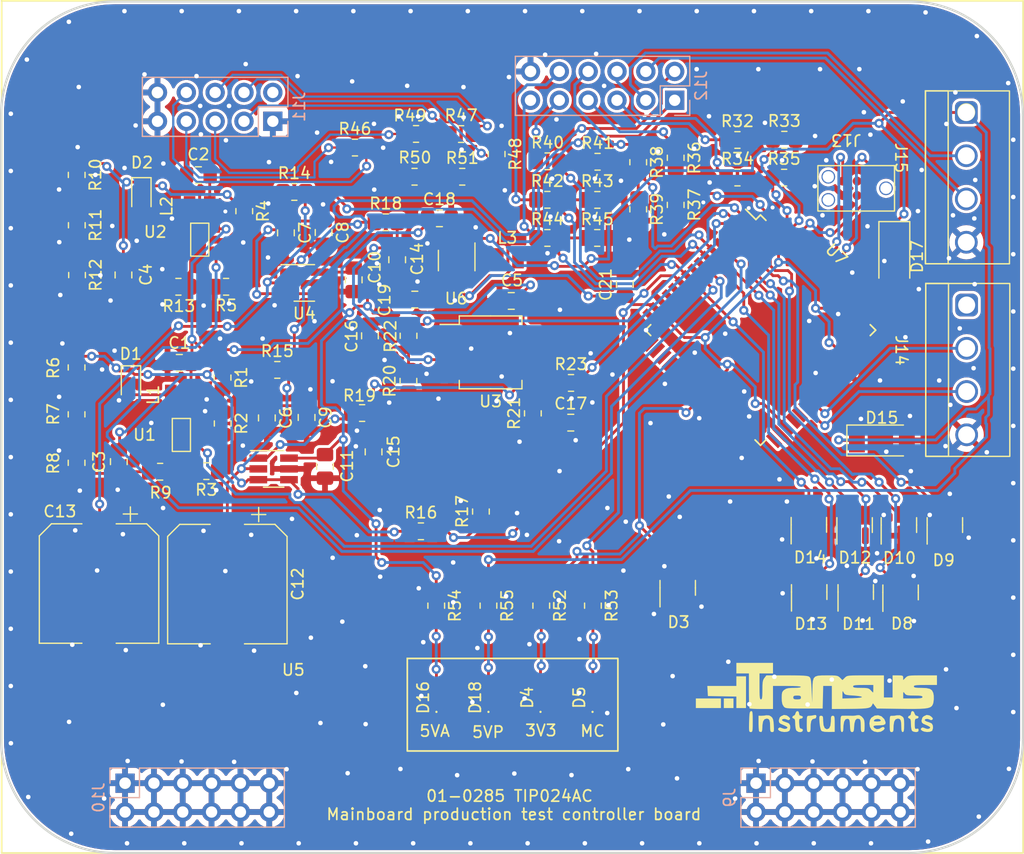
<source format=kicad_pcb>
(kicad_pcb (version 20240108) (generator "pcbnew") (generator_version "8.0")
  (layers (0 "F.Cu" signal) (1 "In1.Cu" signal) (2 "In2.Cu" signal) (31 "B.Cu" signal) (34 "B.Paste" user) (35 "F.Paste" user) (36 "B.SilkS" user "B.Silkscreen") (37 "F.SilkS" user "F.Silkscreen") (38 "B.Mask" user) (39 "F.Mask" user) (44 "Edge.Cuts" user))
  (net 0 "")
  (net 1 "+5VP")
  (net 2 "GND")
  (net 3 "Vdrive")
  (net 4 "Net-(C3-Pad2)")
  (net 5 "Net-(C4-Pad1)")
  (net 6 "Net-(C4-Pad2)")
  (net 7 "+BATT")
  (net 8 "+24V")
  (net 9 "Net-(C14-Pad2)")
  (net 10 "Net-(C15-Pad2)")
  (net 11 "Net-(C16-Pad1)")
  (net 12 "IEXT")
  (net 13 "Net-(C17-Pad1)")
  (net 14 "IBAT")
  (net 15 "+3V3")
  (net 16 "Net-(D1-Pad2)")
  (net 17 "Net-(D2-Pad2)")
  (net 18 "VB+")
  (net 19 "VB-")
  (net 20 "B+")
  (net 21 "B-")
  (net 22 "T+")
  (net 23 "T-")
  (net 24 "+RS485")
  (net 25 "-RS485")
  (net 26 "VCC_MAIN_LPM")
  (net 27 "CORE_VDD_LPM")
  (net 28 "+1.8VDD_LPM")
  (net 29 "+3.0VIO_LPM")
  (net 30 "VPP_2V5_LPM")
  (net 31 "+1.8VIO_LPM")
  (net 32 "BLE_VDD_LPM")
  (net 33 "PDI_DATA")
  (net 36 "PDI_CLK")
  (net 37 "UART_RX")
  (net 38 "UART_TX")
  (net 39 "Net-(D4-Pad2)")
  (net 40 "Net-(R1-Pad2)")
  (net 41 "Net-(R2-Pad2)")
  (net 42 "Net-(R4-Pad2)")
  (net 43 "Net-(R6-Pad2)")
  (net 44 "Net-(R7-Pad2)")
  (net 45 "Net-(R10-Pad2)")
  (net 46 "Net-(R11-Pad2)")
  (net 47 "Dout")
  (net 48 "IE_RAW")
  (net 49 "IB_RAW")
  (net 50 "VCC_MAIN")
  (net 51 "CORE_VDD")
  (net 52 "+1.8VDD")
  (net 53 "+3.0VIO")
  (net 54 "VPP_2V5")
  (net 55 "+1.8VIO")
  (net 56 "BLE_VDD")
  (net 57 "Net-(R50-Pad2)")
  (net 58 "BAT_EN")
  (net 59 "EXT_EN")
  (net 61 "Net-(D5-Pad2)")
  (net 62 "Net-(R53-Pad1)")
  (net 95 "Net-(D16-Pad2)")
  (net 96 "Net-(D18-Pad2)")
  (net 97 "Net-(L3-Pad1)")
  (footprint "David_packages:4pos_terminal" (layer "F.Cu") (at 170.595 82.14 -90)
    (property "Reference" "J14")
    (property "Value" "UART")
  )
  (footprint "Resistor_SMD:R_0805_2012Metric_Pad1.20x1.40mm_HandSolder" (layer "F.Cu") (at 150.405 70.91)
    (property "Reference" "R34")
    (property "Value" "300k")
  )
  (footprint "Resistor_SMD:R_0805_2012Metric_Pad1.20x1.40mm_HandSolder" (layer "F.Cu") (at 121.435 84.85 90)
    (property "Reference" "R22")
    (property "Value" "100k")
  )
  (footprint "Resistor_SMD:R_0805_2012Metric_Pad1.20x1.40mm_HandSolder" (layer "F.Cu") (at 141.665 73.71 -90)
    (property "Reference" "R39")
    (property "Value" "100k")
  )
  (footprint "Capacitor_SMD:C_0805_2012Metric_Pad1.18x1.45mm_HandSolder" (layer "F.Cu") (at 102.925 70.7 180)
    (property "Reference" "C2")
    (property "Value" "1uF")
  )
  (footprint "Resistor_SMD:R_0805_2012Metric_Pad1.20x1.40mm_HandSolder" (layer "F.Cu") (at 99.555 96.8225)
    (property "Reference" "R9")
    (property "Value" "10k")
  )
  (footprint "transus-instruments:BZX84C3V6" (layer "F.Cu") (at 165.055 102.14)
    (property "Reference" "D10")
    (property "Value" "3v6")
  )
  (footprint "Resistor_SMD:R_0805_2012Metric_Pad1.20x1.40mm_HandSolder" (layer "F.Cu") (at 92.215 75.11 -90)
    (property "Reference" "R11")
    (property "Value" "9k1")
  )
  (footprint "Resistor_SMD:R_0805_2012Metric_Pad1.20x1.40mm_HandSolder" (layer "F.Cu") (at 132.385 91.68 90)
    (property "Reference" "R21")
    (property "Value" "100k")
  )
  (footprint "Resistor_SMD:R_0805_2012Metric_Pad1.20x1.40mm_HandSolder" (layer "F.Cu") (at 133.665 76.23)
    (property "Reference" "R44")
    (property "Value" "300k")
  )
  (footprint "Resistor_SMD:R_0805_2012Metric_Pad1.20x1.40mm_HandSolder" (layer "F.Cu") (at 133.685 69.48)
    (property "Reference" "R40")
    (property "Value" "300k")
  )
  (footprint "Resistor_SMD:R_0805_2012Metric_Pad1.20x1.40mm_HandSolder" (layer "F.Cu") (at 92.195 91.7675 -90)
    (property "Reference" "R7")
    (property "Value" "3k")
  )
  (footprint "LED_SMD:LED_0402_1005Metric_Pad0.77x0.64mm_HandSolder" (layer "F.Cu") (at 133.058333 116.71 90)
    (property "Reference" "D4")
    (property "Value" "Green")
  )
  (footprint "transus-instruments:BZX84C3V6" (layer "F.Cu") (at 157.155 108.04)
    (property "Reference" "D13")
    (property "Value" "3v6")
  )
  (footprint "transus-instruments:BZX84C3V6" (layer "F.Cu") (at 161.255 108.04)
    (property "Reference" "D11")
    (property "Value" "3v6")
  )
  (footprint "Resistor_SMD:R_0805_2012Metric_Pad1.20x1.40mm_HandSolder" (layer "F.Cu") (at 111.375 72.18)
    (property "Reference" "R14")
    (property "Value" "3R3")
  )
  (footprint "transus-instruments:BZX84C3V6" (layer "F.Cu") (at 157.125 102.12)
    (property "Reference" "D14")
    (property "Value" "3v6")
  )
  (footprint "transus-instruments:BZX84C3V6" (layer "F.Cu") (at 169.105 102.14)
    (property "Reference" "D9")
    (property "Value" "3v6")
  )
  (footprint "David_packages:4pos_terminal" (layer "F.Cu") (at 170.565 65.18 -90)
    (property "Reference" "J15")
    (property "Value" "RS485")
  )
  (footprint "Package_TO_SOT_SMD:SOT-23-6_Handsoldering" (layer "F.Cu") (at 109.555 96.5725)
    (property "Reference" "U5")
    (property "Value" "MPQ8112GJ")
  )
  (footprint "Resistor_SMD:R_0805_2012Metric_Pad1.20x1.40mm_HandSolder" (layer "F.Cu") (at 144.965 69.17 -90)
    (property "Reference" "R36")
    (property "Value" "300k")
  )
  (footprint "Resistor_SMD:R_0805_2012Metric_Pad1.20x1.40mm_HandSolder" (layer "F.Cu") (at 133.125 108.62 -90)
    (property "Reference" "R52")
    (property "Value" "3k3")
  )
  (footprint "transus-instruments:BZX84C3V6" (layer "F.Cu") (at 165.205 108.07)
    (property "Reference" "D8")
    (property "Value" "3v6")
  )
  (footprint "Capacitor_SMD:C_0805_2012Metric_Pad1.18x1.45mm_HandSolder" (layer "F.Cu") (at 135.725 92.5)
    (property "Reference" "C17")
    (property "Value" "10uF")
  )
  (footprint "Capacitor_SMD:C_0805_2012Metric_Pad1.18x1.45mm_HandSolder" (layer "F.Cu") (at 108.955 92.0825 -90)
    (property "Reference" "C6")
    (property "Value" "1uF")
  )
  (footprint "Capacitor_SMD:CP_Elec_10x10" (layer "F.Cu") (at 94.175 106.67 -90)
    (property "Reference" "C13")
    (property "Value" "220uF")
  )
  (footprint "Diode_SMD:D_SOD-323" (layer "F.Cu") (at 96.985 88.9925 -90)
    (property "Reference" "D1")
    (property "Value" "D_Schottky")
  )
  (footprint "Capacitor_SMD:C_0805_2012Metric_Pad1.18x1.45mm_HandSolder" (layer "F.Cu") (at 95.915 95.9325 -90)
    (property "Reference" "C3")
    (property "Value" "22nF")
  )
  (footprint "Resistor_SMD:R_0805_2012Metric_Pad1.20x1.40mm_HandSolder" (layer "F.Cu") (at 121.425 88.83 90)
    (property "Reference" "R20")
    (property "Value" "100k")
  )
  (footprint "Capacitor_SMD:C_0805_2012Metric_Pad1.18x1.45mm_HandSolder" (layer "F.Cu") (at 101.245 87.2325 180)
    (property "Reference" "C1")
    (property "Value" "1uF")
  )
  (footprint "Resistor_SMD:R_0805_2012Metric_Pad1.20x1.40mm_HandSolder" (layer "F.Cu") (at 121.965 70.84)
    (property "Reference" "R50")
    (property "Value" "2k")
  )
  (footprint "Resistor_SMD:R_0805_2012Metric_Pad1.20x1.40mm_HandSolder" (layer "F.Cu") (at 138.065 72.88)
    (property "Reference" "R43")
    (property "Value" "100k")
  )
  (footprint "Resistor_SMD:R_0805_2012Metric_Pad1.20x1.40mm_HandSolder" (layer "F.Cu") (at 123.875 108.62 -90)
    (property "Reference" "R54")
    (property "Value" "5k")
  )
  (footprint "Diode_SMD:D_SOD-128" (layer "F.Cu") (at 164.225 77.87 -90)
    (property "Reference" "D17")
    (property "Value" "fast")
  )
  (footprint "David_packages:10uH_boost" (layer "F.Cu") (at 103.925 73.44 180)
    (property "Reference" "L2")
    (property "Value" "10uH")
  )
  (footprint "Resistor_SMD:R_0805_2012Metric_Pad1.20x1.40mm_HandSolder" (layer "F.Cu") (at 144.965 73.32 -90)
    (property "Reference" "R37")
    (property "Value" "100k")
  )
  (footprint "Diode_SMD:D_SOD-128" (layer "F.Cu") (at 163.125 94.07)
    (property "Reference" "D15")
    (property "Value" "fast")
  )
  (footprint "Capacitor_SMD:C_0805_2012Metric_Pad1.18x1.45mm_HandSolder" (layer "F.Cu") (at 110.635 75.78 -90)
    (property "Reference" "C7")
    (property "Value" "1uF")
  )
  (footprint "Resistor_SMD:R_0805_2012Metric_Pad1.20x1.40mm_HandSolder" (layer "F.Cu") (at 135.745 89)
    (property "Reference" "R23")
    (property "Value" "100k")
  )
  (footprint "Capacitor_SMD:C_0805_2012Metric_Pad1.18x1.45mm_HandSolder" (layer "F.Cu") (at 116.605 79.92 -90)
    (property "Reference" "C10")
    (property "Value" "0.1uF")
  )
  (footprint "Resistor_SMD:R_0805_2012Metric_Pad1.20x1.40mm_HandSolder" (layer "F.Cu") (at 127.81 100.33 90)
    (property "Reference" "R17")
    (property "Value" "10k")
  )
  (footprint "Capacitor_SMD:C_0805_2012Metric_Pad1.18x1.45mm_HandSolder" (layer "F.Cu") (at 120.435 78.15 90)
    (property "Reference" "C14")
    (property "Value" "10uF")
  )
  (footprint "Resistor_SMD:R_0805_2012Metric_Pad1.20x1.40mm_HandSolder" (layer "F.Cu") (at 109.875 87.8525)
    (property "Reference" "R15")
    (property "Value" "10R")
  )
  (footprint "Resistor_SMD:R_0805_2012Metric_Pad1.20x1.40mm_HandSolder" (layer "F.Cu") (at 122.525 102.07)
    (property "Reference" "R16")
    (property "Value" "90k")
  )
  (footprint "transus-instruments:BZX84C3V6" (layer "F.Cu") (at 161.155 102.14)
    (property "Reference" "D12")
    (property "Value" "3v6")
  )
  (footprint "Resistor_SMD:R_0805_2012Metric_Pad1.20x1.40mm_HandSolder" (layer "F.Cu") (at 117.345 91.6525)
    (property "Reference" "R19")
    (property "Value" "100k")
  )
  (footprint "Diode_SMD:D_SOD-323" (layer "F.Cu") (at 97.905 72.42 -90)
    (property "Reference" "D2")
    (property "Value" "D_Schottky")
  )
  (footprint "Resistor_SMD:R_0805_2012Metric_Pad1.20x1.40mm_HandSolder" (layer "F.Cu") (at 150.405 67.6)
    (property "Reference" "R32")
    (property "Value" "300k")
  )
  (footprint "Resistor_SMD:R_0805_2012Metric_Pad1.20x1.40mm_HandSolder" (layer "F.Cu") (at 154.515 70.92)
    (property "Reference" "R35")
    (property "Value" "100k")
  )
  (footprint "Resistor_SMD:R_0805_2012Metric_Pad1.20x1.40mm_HandSolder" (layer "F.Cu") (at 126.165 70.84)
    (property "Reference" "R51")
    (property "Value" "604R")
  )
  (footprint "transus-instruments:BZX84C3V6" (layer "F.Cu") (at 145.575 107.67)
    (property "Reference" "D3")
    (property "Value" "3v6")
  )
  (footprint "Capacitor_SMD:C_0805_2012Metric_Pad1.18x1.45mm_HandSolder" (layer "F.Cu") (at 114.075 96.3525 -90)
    (property "Reference" "C11")
    (property "Value" "0.1uF")
  )
  (footprint "Package_TO_SOT_SMD:SOT-23-5_HandSoldering" (layer "F.Cu") (at 125.675 78.22 -90)
    (property "Reference" "U6")
    (property "Value" "LM3671MF-3.3/NOPB")
  )
  (footprint "David_packages:MIC2619YD6-TR" (layer "F.Cu") (at 101.74 75.43 -90)
    (property "Reference" "U2")
    (property "Value" "MIC2619")
  )
  (footprint "Capacitor_SMD:C_0805_2012Metric_Pad1.18x1.45mm_HandSolder" (layer "F.Cu") (at 130.485 81.78 180)
    (property "Reference" "C5")
    (property "Value" "100nF")
  )
  (footprint "Package_SO:SO-8_5.3x6.2mm_P1.27mm" (layer "F.Cu") (at 128.665 86.31)
    (property "Reference" "U3")
    (property "Value" "LM258DT")
  )
  (footprint "Resistor_SMD:R_0805_2012Metric_Pad1.20x1.40mm_HandSolder" (layer "F.Cu") (at 92.195 87.6375 -90)
    (property "Reference" "R6")
    (property "Value" "110k")
  )
  (footprint "Resistor_SMD:R_0805_2012Metric_Pad1.20x1.40mm_HandSolder" (layer "F.Cu") (at 126.065 67.08)
    (property "Reference" "R47")
    (property "Value" "2k")
  )
  (footprint "LED_SMD:LED_0402_1005Metric_Pad0.77x0.64mm_HandSolder" (layer "F.Cu") (at 123.891667 116.71 90)
    (property "Reference" "D16")
    (property "Value" "Green")
  )
  (footprint "Package_TO_SOT_SMD:SOT-23-6_Handsoldering" (layer "F.Cu") (at 112.255 80.19)
    (property "Reference" "U4")
    (property "Value" "MPQ8112GJ")
  )
  (footprint "Resistor_SMD:R_0805_2012Metric_Pad1.20x1.40mm_HandSolder" (layer "F.Cu") (at 116.715 68.27)
    (property "Reference" "R46")
    (property "Value" "1k 0.1%")
  )
  (footprint "David_packages:AVR-PDI-TAG-CONNECT" (layer "F.Cu") (at 163.49 71.86 180)
    (property "Reference" "J13")
    (property "Value" "AVR-PDI-6")
  )
  (footprint "Resistor_SMD:R_0805_2012Metric_Pad1.20x1.40mm_HandSolder" (layer "F.Cu") (at 105.055 88.5325 -90)
    (property "Reference" "R1")
    (property "Value" "120k")
  )
  (footprint "LED_SMD:LED_0402_1005Metric_Pad0.77x0.64mm_HandSolder" (layer "F.Cu") (at 137.641667 116.71 90)
    (property "Reference" "D5")
    (property "Value" "Green")
  )
  (footprint "Capacitor_SMD:C_0805_2012Metric_Pad1.18x1.45mm_HandSolder" (layer "F.Cu") (at 112.455 92.0425 -90)
    (property "Reference" "C9")
    (property "Value" "0.1uF")
  )
  (footprint "Resistor_SMD:R_0805_2012Metric_Pad1.20x1.40mm_HandSolder" (layer "F.Cu") (at 101.165 80.53)
    (property "Reference" "R13")
    (property "Value" "10k")
  )
  (footprint "Capacitor_SMD:C_0805_2012Metric_Pad1.18x1.45mm_HandSolder" (layer "F.Cu") (at 96.325 79.49 -90)
    (property "Reference" "C4")
    (property "Value" "22nF")
  )
  (footprint "Capacitor_SMD:C_0805_2012Metric_Pad1.18x1.45mm_HandSolder" (layer "F.Cu") (at 121.9875 81.66 180)
    (property "Reference" "C19")
    (property "Value" "10uF")
  )
  (footprint "Resistor_SMD:R_0805_2012Metric_Pad1.20x1.40mm_HandSolder" (layer "F.Cu") (at 92.205 70.68 -90)
    (property "Reference" "R10")
    (property "Value" "180k")
  )
  (footprint "Resistor_SMD:R_0805_2012Metric_Pad1.20x1.40mm_HandSolder" (layer "F.Cu") (at 92.195 96.0375 -90)
    (property "Reference" "R8")
    (property "Value" "820R")
  )
  (footprint "Capacitor_SMD:C_0805_2012Metric_Pad1.18x1.45mm_HandSolder" (layer "F.Cu") (at 118.355 95.0725 90)
    (property "Reference" "C15")
    (property "Value" "10uF")
  )
  (footprint "LOGO" (layer "F.Cu") (at 157.36 116.452332)
    (property "Reference" "" (hide yes))
    (property "Value" "" (hide yes))
  )
  (footprint "Package_QFP:TQFP-64_14x14mm_P0.8mm" (layer "F.Cu") (at 152.435 84.35 -45)
    (property "Reference" "U7")
    (property "Value" "ATxmega256A3U-A")
  )
  (footprint "Resistor_SMD:R_0805_2012Metric_Pad1.20x1.40mm_HandSolder" (layer "F.Cu") (at 103.625 96.77 180)
    (property "Reference" "R3")
    (property "Value" "10k")
  )
  (footprint "Resistor_SMD:R_0805_2012Metric_Pad1.20x1.40mm_HandSolder" (layer "F.Cu") (at 119.435 74.85)
    (property "Reference" "R18")
    (property "Value" "100k")
  )
  (footprint "Resistor_SMD:R_0805_2012Metric_Pad1.20x1.40mm_HandSolder" (layer "F.Cu") (at 138.085 69.52)
    (property "Reference" "R41")
    (property "Value" "100k")
  )
  (footprint "David_packages:10uH_boost" (layer "F.Cu") (at 102.275 90.0425 180)
    (property "Reference" "L1")
    (property "Value" "10uH")
  )
  (footprint "LED_SMD:LED_0402_1005Metric_Pad0.77x0.64mm_HandSolder" (layer "F.Cu") (at 128.475 116.71 90)
    (property "Reference" "D18")
    (property "Value" "Green")
  )
  (footprint "Resistor_SMD:R_0805_2012Metric_Pad1.20x1.40mm_HandSolder" (layer "F.Cu") (at 133.665 72.87)
    (property "Reference" "R42")
    (property "Value" "300k")
  )
  (footprint "Resistor_SMD:R_0805_2012Metric_Pad1.20x1.40mm_HandSolder" (layer "F.Cu") (at 138.055 76.23)
    (property "Reference" "R45")
    (property "Value" "100k")
  )
  (footprint "David_packages:MIC2619YD6-TR" (layer "F.Cu") (at 100.12 92.6325 -90)
    (property "Reference" "U1")
    (property "Value" "MIC2619")
  )
  (footprint "Capacitor_SMD:C_0805_2012Metric_Pad1.18x1.45mm_HandSolder" (layer "F.Cu") (at 113.955 75.75 -90)
    (property "Reference" "C8")
    (property "Value" "0.1uF")
  )
  (footprint "Resistor_SMD:R_0805_2012Metric_Pad1.20x1.40mm_HandSolder" (layer "F.Cu") (at 154.535 67.58)
    (property "Reference" "R33")
    (property "Value" "100k")
  )
  (footprint "Resistor_SMD:R_0805_2012Metric_Pad1.20x1.40mm_HandSolder" (layer "F.Cu") (at 105.065 92.5725 -90)
    (property "Reference" "R2")
    (property "Value" "2k4")
  )
  (footprint "Resistor_SMD:R_0805_2012Metric_Pad1.20x1.40mm_HandSolder" (layer "F.Cu") (at 128.475 108.62 -90)
    (property "Reference" "R55")
    (property "Value" "5k")
  )
  (footprint "Capacitor_SMD:C_0805_2012Metric_Pad1.18x1.45mm_HandSolder" (layer "F.Cu") (at 118.035 84.85 90)
    (property "Reference" "C16")
    (property "Value" "10uF")
  )
  (footprint "Resistor_SMD:R_0805_2012Metric_Pad1.20x1.40mm_HandSolder" (layer "F.Cu") (at 105.365 80.53 180)
    (property "Reference" "R5")
    (property "Value" "10k")
  )
  (footprint "David_packages:10uH_boost" (layer "F.Cu") (at 129.295 78.02)
    (property "Reference" "L3")
    (property "Value" "2.2uH")
  )
  (footprint "Capacitor_SMD:C_0805_2012Metric_Pad1.18x1.45mm_HandSolder" (layer "F.Cu") (at 124.155 74.5)
    (property "Reference" "C18")
    (property "Value" "10uF")
  )
  (footprint "Resistor_SMD:R_0805_2012Metric_Pad1.20x1.40mm_HandSolder" (layer "F.Cu") (at 137.675 108.62 -90)
    (property "Reference" "R53")
    (property "Value" "3k3")
  )
  (footprint "Resistor_SMD:R_0805_2012Metric_Pad1.20x1.40mm_HandSolder" (layer "F.Cu") (at 92.235 79.5 -90)
    (property "Reference" "R12")
    (property "Value" "620R")
  )
  (footprint "Resistor_SMD:R_0805_2012Metric_Pad1.20x1.40mm_HandSolder" (layer "F.Cu") (at 141.665 69.56 -90)
    (property "Reference" "R38")
    (property "Value" "300k")
  )
  (footprint "Resistor_SMD:R_0805_2012Metric_Pad1.20x1.40mm_HandSolder" (layer "F.Cu") (at 129.195 68.84 -90)
    (property "Reference" "R48")
    (property "Value" "2k")
  )
  (footprint "Capacitor_SMD:CP_Elec_10x10" (layer "F.Cu") (at 105.475 106.72 -90)
    (property "Reference" "C12")
    (property "Value" "220uF")
  )
  (footprint "Capacitor_SMD:C_0805_2012Metric_Pad1.18x1.45mm_HandSolder" (layer "F.Cu") (at 140.485 80.33 90)
    (property "Reference" "C21")
    (property "Value" "1uF")
  )
  (footprint "Resistor_SMD:R_0805_2012Metric_Pad1.20x1.40mm_HandSolder" (layer "F.Cu") (at 122.095 67.07 180)
    (property "Reference" "R49")
    (property "Value" "2k")
  )
  (footprint "Resistor_SMD:R_0805_2012Metric_Pad1.20x1.40mm_HandSolder" (layer "F.Cu") (at 106.965 73.87 -90)
    (property "Reference" "R4")
    (property "Value" "200k")
  )
  (footprint "Connector_PinHeader_2.54mm:PinHeader_2x05_P2.54mm_Vertical" (layer "B.Cu") (at 109.48 65.955 90)
    (property "Reference" "J11")
    (property "Value" "PT")
  )
  (footprint "Connector_PinHeader_2.54mm:PinHeader_2x06_P2.54mm_Vertical" (layer "B.Cu") (at 96.465 124.255802 -90)
    (property "Reference" "J10")
    (property "Value" "TD")
  )
  (footprint "Connector_PinHeader_2.54mm:PinHeader_2x06_P2.54mm_Vertical" (layer "B.Cu") (at 152.040155 124.255802 -90)
    (property "Reference" "J9")
    (property "Value" "TU")
  )
  (footprint "Connector_PinHeader_2.54mm:PinHeader_2x06_P2.54mm_Vertical" (layer "B.Cu") (at 144.875 64.105 90)
    (property "Reference" "J12")
    (property "Value" "V+RS485")
  )
  (gr_circle (center 170.561 65.151) (end 171.2722 65.1764) (stroke (width 0.15)) (fill none) (layer "F.SilkS"))
  (gr_circle (center 152.0444 124.2568) (end 152.4762 124.2568) (stroke (width 0.15)) (fill none) (layer "F.SilkS"))
  (gr_circle (center 132.1816 61.5696) (end 132.6134 61.5442) (stroke (width 0.15)) (fill none) (layer "F.SilkS"))
  (gr_circle (center 96.4692 124.2568) (end 96.901 124.2568) (stroke (width 0.15)) (fill none) (layer "F.SilkS"))
  (gr_circle (center 99.314 63.4238) (end 99.7204 63.5762) (stroke (width 0.15)) (fill none) (layer "F.SilkS"))
  (gr_rect (start 121.325 113.27) (end 139.875 121.42) (stroke (width 0.15)) (fill none) (layer "F.SilkS"))
  (gr_rect (start 85.598 55.3466) (end 175.5648 130.4036) (stroke (width 0.15)) (fill none) (layer "F.SilkS"))
  (gr_arc (start 175.549999 120.400001) (mid 172.621067 127.471069) (end 165.549999 130.400001) (stroke (width 0.2)) (layer "Edge.Cuts"))
  (gr_arc (start 165.549999 55.400001) (mid 172.621067 58.328933) (end 175.549999 65.400001) (stroke (width 0.2)) (layer "Edge.Cuts"))
  (gr_line (start 95.549999 130.400001) (end 165.549999 130.400001) (stroke (width 0.2)) (layer "Edge.Cuts"))
  (gr_arc (start 95.549999 130.400001) (mid 88.478931 127.471069) (end 85.549999 120.400001) (stroke (width 0.2)) (layer "Edge.Cuts"))
  (gr_line (start 85.549999 65.400001) (end 85.549999 120.400001) (stroke (width 0.2)) (layer "Edge.Cuts"))
  (gr_line (start 165.549999 55.400001) (end 95.549999 55.400001) (stroke (width 0.2)) (layer "Edge.Cuts"))
  (gr_arc (start 85.549999 65.400001) (mid 88.478931 58.328933) (end 95.549999 55.400001) (stroke (width 0.2)) (layer "Edge.Cuts"))
  (gr_line (start 175.549999 120.400001) (end 175.549999 65.400001) (stroke (width 0.2)) (layer "Edge.Cuts"))
  (gr_text "3V3" (at 133.091667 119.61 0) (layer "F.SilkS") (effects (font (size 1 1))))
  (gr_text "01-0285 TIP024AC \nMainboard production test controller board" (at 130.71 126.19 0) (layer "F.SilkS") (effects (font (size 1 1))))
  (gr_text "MC" (at 137.641667 119.66 0) (layer "F.SilkS") (effects (font (size 1 1))))
  (gr_text "5VP" (at 128.441667 119.76 0) (layer "F.SilkS") (effects (font (size 1 1))))
  (gr_text "5VA\n" (at 123.741667 119.66 0) (layer "F.SilkS") (effects (font (size 1 1))))
  (segment (start 106.075 86.07) (end 103.275 86.07) (width 0.25) (layer "F.Cu") (net 1))
  (segment (start 127.225 76.27) (end 126.625 76.87) (width 0.25) (layer "F.Cu") (net 1))
  (segment (start 103.925 70.7375) (end 103.925 73.44) (width 0.25) (layer "F.Cu") (net 1))
  (segment (start 128.625 76.27) (end 127.225 76.27) (width 0.25) (layer "F.Cu") (net 1))
  (segment (start 160.925 94.07) (end 159.375 94.07) (width 0.25) (layer "F.Cu") (net 1))
  (segment (start 102.355 87.16) (end 102.2825 87.2325) (width 0.25) (layer "F.Cu") (net 1))
  (segment (start 126.625 77.77) (end 126.625 76.87) (width 0.25) (layer "F.Cu") (net 1))
  (segment (start 103.9625 70.7) (end 103.925 70.7375) (width 0.25) (layer "F.Cu") (net 1))
  (segment (start 117.817299 80.094799) (end 116.605 78.8825) (width 0.25) (layer "F.Cu") (net 1))
  (segment (start 124.799511 77.974511) (end 126.420489 77.974511) (width 0.25) (layer "F.Cu") (net 1))
  (segment (start 132.175 80.37) (end 131.5225 81.0225) (width 0.25) (layer "F.Cu") (net 1))
  (segment (start 128.475 104.56402) (end 128.475 107.62) (width 0.25) (layer "F.Cu") (net 1))
  (segment (start 117.817299 82.237701) (end 117.817299 80.094799) (width 0.25) (layer "F.Cu") (net 1))
  (segment (start 102.275 90.0425) (end 102.275 92.1975) (width 0.25) (layer "F.Cu") (net 1))
  (segment (start 104.33 75.43) (end 105.345 75.43) (width 0.25) (layer "F.Cu") (net 1))
  (segment (start 136.830489 78.734511) (end 134.359351 78.734511) (width 0.25) (layer "F.Cu") (net 1))
  (segment (start 118.575 104.32) (end 119.075 104.82) (width 0.25) (layer "F.Cu") (net 1))
  (segment (start 131.5225 83.7625) (end 132.165 84.405) (width 0.25) (layer "F.Cu") (net 1))
  (segment (start 105.345 75.43) (end 105.3627 75.4477) (width 0.25) (layer "F.Cu") (net 1))
  (segment (start 124.725 76.87) (end 124.725 77.9) (width 0.25) (layer "F.Cu") (net 1))
  (segment (start 114.075 95.315) (end 113.7675 95.6225) (width 0.25) (layer "F.Cu") (net 1))
  (segment (start 118.575 101.4055) (end 118.575 104.32) (width 0.25) (layer "F.Cu") (net 1))
  (segment (start 103.275 86.07) (end 102.355 85.15) (width 0.25) (layer "F.Cu") (net 1))
  (segment (start 102.2825 87.2325) (end 102.275 87.24) (width 0.25) (layer "F.Cu") (net 1))
  (segment (start 113.7675 95.6225) (end 110.905 95.6225) (width 0.25) (layer "F.Cu") (net 1))
  (segment (start 163.825 65.18) (end 162.872701 66.132299) (width 0.25) (layer "F.Cu") (net 1))
  (segment (start 103.925 75.025) (end 104.33 75.43) (width 0.25) (layer "F.Cu") (net 1))
  (segment (start 124.725 76.87) (end 123.1175 75.2625) (width 0.25) (layer "F.Cu") (net 1))
  (segment (start 123.875 105.97) (end 123.875 107.62) (width 0.25) (layer "F.Cu") (net 1))
  (segment (start 170.565 65.18) (end 163.825 65.18) (width 0.25) (layer "F.Cu") (net 1))
  (segment (start 124.725 77.9) (end 124.799511 77.974511) (width 0.25) (layer "F.Cu") (net 1))
  (segment (start 123.1175 74.9275) (end 122.275 75.77) (width 0.25) (layer "F.Cu") (net 1))
  (segment (start 131.5225 81.0225) (end 131.5225 81.78) (width 0.25) (layer "F.Cu") (net 1))
  (segment (start 115.4 93.99) (end 114.075 95.315) (width 0.25) (layer "F.Cu") (net 1))
  (segment (start 115.685 93.99) (end 115.4 93.99) (width 0.25) (layer "F.Cu") (net 1))
  (segment (start 164.225 75.67) (end 164.225 74.97) (width 0.25) (layer "F.Cu") (net 1))
  (segment (start 116.2475 79.24) (end 116.605 78.8825) (width 0.25) (layer "F.Cu") (net 1))
  (segment (start 102.355 85.15) (end 102.355 87.16) (width 0.25) (layer "F.Cu") (net 1))
  (segment (start 159.375 94.07) (end 159.325 94.02) (width 0.25) (layer "F.Cu") (net 1))
  (segment (start 134.359351 78.734511) (end 134.291294 78.666454) (width 0.25) (layer "F.Cu") (net 1))
  (segment (start 116.817299 82.237701) (end 116.245 82.81) (width 0.25) (layer "F.Cu") (net 1))
  (segment (start 113.605 79.24) (end 116.2475 79.24) (width 0.25) (layer "F.Cu") (net 1))
  (segment (start 137.525 78.04) (end 136.830489 78.734511) (width 0.25) (layer "F.Cu") (net 1))
  (segment (start 103.925 73.44) (end 103.925 75.025) (width 0.25) (layer "F.Cu") (net 1))
  (segment (start 123.1175 75.2625) (end 123.1175 74.5) (width 0.25) (layer "F.Cu") (net 1))
  (segment (start 123.1175 74.5) (end 123.1175 74.9275) (width 0.25) (layer "F.Cu") (net 1))
  (segment (start 117.817299 82.237701) (end 116.817299 82.237701) (width 0.25) (layer "F.Cu") (net 1))
  (segment (start 126.420489 77.974511) (end 126.625 77.77) (width 0.25) (layer "F.Cu") (net 1))
  (segment (start 164.225 74.97) (end 165.075 74.12) (width 0.25) (layer "F.Cu") (net 1))
  (segment (start 131.5225 81.78) (end 131.5225 83.7625) (width 0.25) (layer "F.Cu") (net 1))
  (segment (start 102.275 92.1975) (end 102.71 92.6325) (width 0.25) (layer "F.Cu") (net 1))
  (segment (start 102.275 87.24) (end 102.275 90.0425) (width 0.25) (layer "F.Cu") (net 1))
  (via (at 159.325 94.02) (size 0.8) (drill 0.4) (layers "F.Cu" "B.Cu") (net 1))
  (via (at 165.075 74.12) (size 0.8) (drill 0.4) (layers "F.Cu" "B.Cu") (net 1))
  (via (at 128.475 104.56402) (size 0.8) (drill 0.4) (layers "F.Cu" "B.Cu") (net 1))
  (via (at 102.355 85.15) (size 0.8) (drill 0.4) (layers "F.Cu" "B.Cu") (net 1))
  (via (at 122.275 75.77) (size 0.8) (drill 0.4) (layers "F.Cu" "B.Cu") (net 1))
  (via (at 105.3627 75.4477) (size 0.8) (drill 0.4) (layers "F.Cu" "B.Cu") (net 1))
  (via (at 162.872701 66.132299) (size 0.8) (drill 0.4) (layers "F.Cu" "B.Cu") (net 1))
  (via (at 123.875 105.97) (size 0.8) (drill 0.4) (layers "F.Cu" "B.Cu") (net 1))
  (via (at 132.175 80.37) (size 0.8) (drill 0.4) (layers "F.Cu" "B.Cu") (net 1))
  (via (at 137.525 78.04) (size 0.8) (drill 0.4) (layers "F.Cu" "B.Cu") (net 1))
  (via (at 106.075 86.07) (size 0.8) (drill 0.4) (layers "F.Cu" "B.Cu") (net 1))
  (via (at 134.291294 78.666454) (size 0.8) (drill 0.4) (layers "F.Cu" "B.Cu") (net 1))
  (via (at 119.075 104.82) (size 0.8) (drill 0.4) (layers "F.Cu" "B.Cu") (net 1))
  (via (at 116.245 82.81) (size 0.8) (drill 0.4) (layers "F.Cu" "B.Cu") (net 1))
  (via (at 118.575 101.4055) (size 0.8) (drill 0.4) (layers "F.Cu" "B.Cu") (net 1))
  (via (at 128.625 76.27) (size 0.8) (drill 0.4) (layers "F.Cu" "B.Cu") (net 1))
  (via (at 117.817299 82.237701) (size 0.8) (drill 0.4) (layers "F.Cu" "B.Cu") (net 1))
  (via (at 115.685 93.99) (size 0.8) (drill 0.4) (layers "F.Cu" "B.Cu") (net 1))
  (segment (start 169.55 96.55) (end 172.35 93.75) (width 0.25) (layer "B.Cu") (net 1))
  (segment (start 169.55 96.95) (end 169.55 96.55) (width 0.25) (layer "B.Cu") (net 1))
  (segment (start 151.735 69.305386) (end 151.735 70.3) (width 0.25) (layer "B.Cu") (net 1))
  (segment (start 119.075 104.82) (end 122.725 104.82) (width 0.25) (layer "B.Cu") (net 1))
  (segment (start 146.275 98.47) (end 168.03 98.47) (width 0.25) (layer "B.Cu") (net 1))
  (segment (start 168.03 98.47) (end 169.55 96.95) (width 0.25) (layer "B.Cu") (net 1))
  (segment (start 172.65 85.983193) (end 172.575489 85.908682) (width 0.25) (layer "B.Cu") (net 1))
  (segment (start 172.275489 92.041318) (end 172.525489 91.791318) (width 0.25) (layer "B.Cu") (net 1))
  (segment (start 167.87156 94.02) (end 170.59156 91.3) (width 0.25) (layer "B.Cu") (net 1))
  (segment (start 172.65 89.966807) (end 172.65 85.983193) (width 0.25) (layer "B.Cu") (net 1))
  (segment (start 109.050386 86.07) (end 106.075 86.07) (width 0.25) (layer "B.Cu") (net 1))
  (segment (start 162.872701 66.132299) (end 160.602701 66.132299) (width 0.25) (layer "B.Cu") (net 1))
  (segment (start 109.600386 85.52) (end 109.050386 86.07) (width 0.25) (layer "B.Cu") (net 1))
  (segment (start 172.35 92.633193) (end 172.275489 92.558682) (width 0.25) (layer "B.Cu") (net 1))
  (segment (start 115.685 98.5155) (end 118.575 101.4055) (width 0.25) (layer "B.Cu") (net 1))
  (segment (start 160.602701 66.132299) (end 158.325 68.41) (width 0.25) (layer "B.Cu") (net 1))
  (segment (start 172.525489 90.174511) (end 172.525489 90.091318) (width 0.25) (layer "B.Cu") (net 1))
  (segment (start 137.575 78.09) (end 137.525 78.04) (width 0.25) (layer "B.Cu") (net 1))
  (segment (start 172.35 93.75) (end 172.35 92.633193) (width 0.25) (layer "B.Cu") (net 1))
  (segment (start 139.055 78.09) (end 137.575 78.09) (width 0.25) (layer "B.Cu") (net 1))
  (segment (start 112.575 85.52) (end 109.600386 85.52) (width 0.25) (layer "B.Cu") (net 1))
  (segment (start 151.735 70.3) (end 143.410386 70.3) (width 0.25) (layer "B.Cu") (net 1))
  (segment (start 170.59156 91.3) (end 171.4 91.3) (width 0.25) (layer "B.Cu") (net 1))
  (segment (start 114.994125 91.184511) (end 115.685 91.875386) (width 0.25) (layer "B.Cu") (net 1))
  (segment (start 132.175 80.37) (end 129.075 80.37) (width 0.25) (layer "B.Cu") (net 1))
  (segment (start 118.389598 82.81) (end 117.817299 82.237701) (width 0.25) (layer "B.Cu") (net 1))
  (segment (start 113.765 85.29) (end 113.765 90.97) (width 0.25) (layer "B.Cu") (net 1))
  (segment (start 122.725 104.82) (end 123.875 105.97) (width 0.25) (layer "B.Cu") (net 1))
  (segment (start 115.575 78.915386) (end 115.575 81.97) (width 0.25) (layer "B.Cu") (net 1))
  (segment (start 126.635 82.81) (end 118.389598 82.81) (width 0.25) (layer "B.Cu") (net 1))
  (segment (start 158.325 68.41) (end 152.630386 68.41) (width 0.25) (layer "B.Cu") (net 1))
  (segment (start 115.575 82.52) (end 112.575 85.52) (width 0.25) (layer "B.Cu") (net 1))
  (segment (start 172.525489 91.791318) (end 172.525489 90.091318) (width 0.25) (layer "B.Cu") (net 1))
  (segment (start 118.720386 75.77) (end 115.575 78.915386) (width 0.25) (layer "B.Cu") (net 1))
  (segment (start 172.575489 85.908682) (end 172.575489 77.108682) (width 0.25) (layer "B.Cu") (net 1))
  (segment (start 165.075 68.334598) (end 162.872701 66.132299) (width 0.25) (layer "B.Cu") (net 1))
  (segment (start 143.410386 70.3) (end 139.055 74.655386) (width 0.25) (layer "B.Cu") (net 1))
  (segment (start 113.765 90.97) (end 113.979511 91.184511) (width 0.25) (layer "B.Cu") (net 1))
  (segment (start 172.275489 92.558682) (end 172.275489 92.041318) (width 0.25) (layer "B.Cu") (net 1))
  (segment (start 115.685 93.99) (end 115.685 98.5155) (width 0.25) (layer "B.Cu") (net 1))
  (segment (start 128.475 104.56402) (end 140.18098 104.56402) (width 0.25) (layer "B.Cu") (net 1))
  (segment (start 171.4 91.3) (end 172.525489 90.174511) (width 0.25) (layer "B.Cu") (net 1))
  (segment (start 115.865 82.81) (end 115.575 82.52) (width 0.25) (layer "B.Cu") (net 1))
  (segment (start 115.575 81.97) (end 115.575 82.52) (width 0.25) (layer "B.Cu") (net 1))
  (segment (start 131.021454 78.666454) (end 134.291294 78.666454) (width 0.25) (layer "B.Cu") (net 1))
  (segment (start 159.325 94.02) (end 167.87156 94.02) (width 0.25) (layer "B.Cu") (net 1))
  (segment (start 139.055 74.655386) (end 139.055 78.09) (width 0.25) (layer "B.Cu") (net 1))
  (segment (start 102.355 78.4554) (end 102.355 85.15) (width 0.25) (layer "B.Cu") (net 1))
  (segment (start 129.075 80.37) (end 126.635 82.81) (width 0.25) (layer "B.Cu") (net 1))
  (segment (start 116.245 82.81) (end 113.765 85.29) (width 0.25) (layer "B.Cu") (net 1))
  (segment (start 116.245 82.81) (end 115.865 82.81) (width 0.25) (layer "B.Cu") (net 1))
  (segment (start 172.325489 66.940489) (end 170.565 65.18) (width 0.25) (layer "B.Cu") (net 1))
  (segment (start 122.275 75.77) (end 118.720386 75.77) (width 0.25) (layer "B.Cu") (net 1))
  (segment (start 128.625 76.27) (end 131.021454 78.666454) (width 0.25) (layer "B.Cu") (net 1))
  (segment (start 115.685 91.875386) (end 115.685 93.99) (width 0.25) (layer "B.Cu") (net 1))
  (segment (start 172.325489 76.858682) (end 172.325489 66.940489) (width 0.25) (layer "B.Cu") (net 1))
  (segment (start 152.630386 68.41) (end 151.735 69.305386) (width 0.25) (layer "B.Cu") (net 1))
  (segment (start 172.575489 77.108682) (end 172.325489 76.858682) (width 0.25) (layer "B.Cu") (net 1))
  (segment (start 172.525489 90.091318) (end 172.65 89.966807) (width 0.25) (layer "B.Cu") (net 1))
  (segment (start 165.075 74.12) (end 165.075 68.334598) (width 0.25) (layer "B.Cu") (net 1))
  (segment (start 105.3627 75.4477) (end 102.355 78.4554) (width 0.25) (layer "B.Cu") (net 1))
  (segment (start 140.18098 104.56402) (end 146.275 98.47) (width 0.25) (layer "B.Cu") (net 1))
  (segment (start 113.979511 91.184511) (end 114.994125 91.184511) (width 0.25) (layer "B.Cu") (net 1))
  (segment (start 126.425 75.525) (end 126.6 75.35) (width 0.25) (layer "F.Cu") (net 2))
  (segment (start 125.675 74.9825) (end 125.1925 74.5) (width 0.25) (layer "F.Cu") (net 2))
  (segment (start 125.675 75.525) (end 125.675 74.9825) (width 0.25) (layer "F.Cu") (net 2))
  (segment (start 125.675 76.87) (end 125.675 75.525) (width 0.25) (layer "F.Cu") (net 2))
  (segment (start 125.675 75.525) (end 126.425 75.525) (width 0.25) (layer "F.Cu") (net 2))
  (via (at 167.340924 100.627989) (size 0.8) (drill 0.4) (layers "F.Cu" "B.Cu") (net 2))
  (via (at 116.889657 93.20404) (size 0.8) (drill 0.4) (layers "F.Cu" "B.Cu") (net 2))
  (via (at 99.795622 117.346903) (size 0.8) (drill 0.4) (layers "F.Cu" "B.Cu") (net 2))
  (via (at 174.320792 122.993374) (size 0.8) (drill 0.4) (layers "F.Cu" "B.Cu") (net 2))
  (via (at 153.658201 114.888453) (size 0.8) (drill 0.4) (layers "F.Cu" "B.Cu") (net 2))
  (via (at 138.935862 118.079469) (size 0.8) (drill 0.4) (layers "F.Cu" "B.Cu") (net 2))
  (via (at 107.829586 112.584335) (size 0.8) (drill 0.4) (layers "F.Cu" "B.Cu") (net 2))
  (via (at 87.939334 125.472073) (size 0.8) (drill 0.4) (layers "F.Cu" "B.Cu") (net 2))
  (via (at 116.467767 62.4395) (size 0.8) (drill 0.4) (layers "F.Cu" "B.Cu") (net 2))
  (via (at 144.359663 99.005772) (size 0.8) (drill 0.4) (layers "F.Cu" "B.Cu") (net 2))
  (via (at 174.699499 67.582839) (size 0.8) (drill 0.4) (layers "F.Cu" "B.Cu") (net 2))
  (via (at 126.954231 85.97489) (size 0.8) (drill 0.4) (layers "F.Cu" "B.Cu") (net 2))
  (via (at 157.895663 74.234773) (size 0.8) (drill 0.4) (layers "F.Cu" "B.Cu") (net 2))
  (via (at 94.622798 125.608161) (size 0.8) (drill 0.4) (layers "F.Cu" "B.Cu") (net 2))
  (via (at 86.400499 105.615371) (size 0.8) (drill 0.4) (layers "F.Cu" "B.Cu") (net 2))
  (via (at 161.647074 122.376567) (size 0.8) (drill 0.4) (layers "F.Cu" "B.Cu") (net 2))
  (via (at 91.817001 112.058124) (size 0.8) (drill 0.4) (layers "F.Cu" "B.Cu") (net 2))
  (via (at 104.833195 85.0945) (size 0.8) (drill 0.4) (layers "F.Cu" "B.Cu") (net 2))
  (via (at 130.993372 100.462063) (size 0.8) (drill 0.4) (layers "F.Cu" "B.Cu") (net 2))
  (via (at 94.004734 105.5205) (size 0.8) (drill 0.4) (layers "F.Cu" "B.Cu") (net 2))
  (via (at 152.269353 122.297802) (size 0.8) (drill 0.4) (layers "F.Cu" "B.Cu") (net 2))
  (via (at 126.883069 129.549501) (size 0.8) (drill 0.4) (layers "F.Cu" "B.Cu") (net 2))
  (via (at 156.726933 83.539967) (size 0.8) (drill 0.4) (layers "F.Cu" "B.Cu") (net 2))
  (via (at 87.815965 60.518738) (size 0.8) (drill 0.4) (layers "F.Cu" "B.Cu") (net 2))
  (via (at 134.697319 102.942964) (size 0.8) (drill 0.4) (layers "F.Cu" "B.Cu") (net 2))
  (via (at 129.6376 88.4345) (size 0.8) (drill 0.4) (layers "F.Cu" "B.Cu") (net 2))
  (via (at 171.302421 80.302501) (size 0.8) (drill 0.4) (layers "F.Cu" "B.Cu") (net 2))
  (via (at 144.696877 114.823746) (size 0.8) (drill 0.4) (layers "F.Cu" "B.Cu") (net 2))
  (via (at 99.763652 82.0805) (size 0.8) (drill 0.4) (layers "F.Cu" "B.Cu") (net 2))
  (via (at 86.400499 110.656075) (size 0.8) (drill 0.4) (layers "F.Cu" "B.Cu") (net 2))
  (via (at 146.813646 61.365989) (size 0.8) (drill 0.4) (layers "F.Cu" "B.Cu") (net 2))
  (via (at 90.944071 85.524809) (size 0.8) (drill 0.4) (layers "F.Cu" "B.Cu") (net 2))
  (via (at 107.575706 88.87094) (size 0.8) (drill 0.4) (layers "F.Cu" "B.Cu") (net 2))
  (via (at 147.899777 65.510598) (size 0.8) (drill 0.4) (layers "F.Cu" "B.Cu") (net 2))
  (via (at 138.9495 100.015935) (size 0.8) (drill 0.4) (layers "F.Cu" "B.Cu") (net 2))
  (via (at 98.176871 61.82473) (size 0.8) (drill 0.4) (layers "F.Cu" "B.Cu") (net 2))
  (via (at 98.7745 92.524731) (size 0.8) (drill 0.4) (layers "F.Cu" "B.Cu") (net 2))
  (via (at 96.638845 129.549501) (size 0.8) (drill 0.4) (layers "F.Cu" "B.Cu") (net 2))
  (via (at 91.720875 128.707067) (size 0.8) (drill 0.4) (layers "F.Cu" "B.Cu") (net 2))
  (via (at 105.3 73.9) (size 0.6) (drill 0.35) (layers "F.Cu" "B.Cu") (net 2))
  (via (at 168.178132 88.7845) (size 0.8) (drill 0.4) (layers "F.Cu" "B.Cu") (net 2))
  (via (at 124.071115 90.3855) (size 0.8) (drill 0.4) (layers "F.Cu" "B.Cu") (net 2))
  (via (at 129.630451 66.356668) (size 0.8) (drill 0.4) (layers "F.Cu" "B.Cu") (net 2))
  (via (at 119.19928 68.283817) (size 0.8) (drill 0.4) (layers "F.Cu" "B.Cu") (net 2))
  (via (at 119.730724 90.735195) (size 0.8) (drill 0.4) (layers "F.Cu" "B.Cu") (net 2))
  (via (at 157.679506 61.365989) (size 0.8) (drill 0.4) (layers "F.Cu" "B.Cu") (net 2))
  (via (at 106.8405 94.522453) (size 0.8) (drill 0.4) (layers "F.Cu" "B.Cu") (net 2))
  (via (at 131.211402 94.179264) (size 0.8) (drill 0.4) (layers "F.Cu" "B.Cu") (net 2))
  (via (at 157.127293 129.549501) (size 0.8) (drill 0.4) (layers "F.Cu" "B.Cu") (net 2))
  (via (at 169.9851 84.197641) (size 0.8) (drill 0.4) (layers "F.Cu" "B.Cu") (net 2))
  (via (at 174.699499 102.867767) (size 0.8) (drill 0.4) (layers "F.Cu" "B.Cu") (net 2))
  (via (at 165.677477 96.77) (size 0.8) (drill 0.4) (layers "F.Cu" "B.Cu") (net 2))
  (via (at 116.793718 94.583263) (size 0.8) (drill 0.4) (layers "F.Cu" "B.Cu") (net 2))
  (via (at 149.760472 99.4455) (size 0.8) (drill 0.4) (layers "F.Cu" "B.Cu") (net 2))
  (via (at 129.190115 90.597648) (size 0.8) (drill 0.4) (layers "F.Cu" "B.Cu") (net 2))
  (via (at 165.925499 106.002571) (size 0.8) (drill 0.4) (layers "F.Cu" "B.Cu") (net 2))
  (via (at 146.646083 86.333664) (size 0.8) (drill 0.4) (layers "F.Cu" "B.Cu") (net 2))
  (via (at 112.833 111.442529) (size 0.8) (drill 0.4) (layers "F.Cu" "B.Cu") (net 2))
  (via (at 167.199198 129.399359) (size 0.8) (drill 0.4) (layers "F.Cu" "B.Cu") (net 2))
  (via (at 145.082155 123.831062) (size 0.8) (drill 0.4) (layers "F.Cu" "B.Cu") (net 2))
  (via (at 137.473922 86.391513) (size 0.8) (drill 0.4) (layers "F.Cu" "B.Cu") (net 2))
  (via (at 169.109918 98.769647) (size 0.8) (drill 0.4) (layers "F.Cu" "B.Cu") (net 2))
  (via (at 118.39024 66.1795) (size 0.8) (drill 0.4) (layers "F.Cu" "B.Cu") (net 2))
  (via (at 117.6546 119.052597) (size 0.8) (drill 0.4) (layers "F.Cu" "B.Cu") (net 2))
  (via (at 166.974562 56.366452) (size 0.8) (drill 0.4) (layers "F.Cu" "B.Cu") (net 2))
  (via (at 143.049261 109.350728) (size 0.8) (drill 0.4) (layers "F.Cu" "B.Cu") (net 2))
  (via (at 158.716493 115.125262) (size 0.8) (drill 0.4) (layers "F.Cu" "B.Cu") (net 2))
  (via (at 111.169847 100.9755) (size 0.8) (drill 0.4) (layers "F.Cu" "B.Cu") (net 2))
  (via (at 162.167997 129.549501) (size 0.8) (drill 0.4) (layers "F.Cu" "B.Cu") (net 2))
  (via (at 150.197953 125.608161) (size 0.8) (drill 0.4) (layers "F.Cu" "B.Cu") (net 2))
  (via (at 113.379539 66.951992) (size 0.8) (drill 0.4) (layers "F.Cu" "B.Cu") (net 2))
  (via (at 146.591126 68.372843) (size 0.8) (drill 0.4) (layers "F.Cu" "B.Cu") (net 2))
  (via (at 140.786408 123.020445) (size 0.8) (drill 0.4) (layers "F.Cu" "B.Cu") (net 2))
  (via (at 115.601805 110.025715) (size 0.8) (drill 0.4) (layers "F.Cu" "B.Cu") (net 2))
  (via (at 130.75237 123.407263) (size 0.8) (drill 0.4) (layers "F.Cu" "B.Cu") (net 2))
  (via (at 158.229251 69.387265) (size 0.8) (drill 0.4) (layers "F.Cu" "B.Cu") (net 2))
  (via (at 92.291233 68.2295) (size 0.8) (drill 0.4) (layers "F.Cu" "B.Cu") (net 2))
  (via (at 168.778919 114.229897) (size 0.8) (drill 0.4) (layers "F.Cu" "B.Cu") (net 2))
  (via (at 127.349934 75.2945) (size 0.8) (drill 0.4) (layers "F.Cu" "B.Cu") (net 2))
  (via (at 174.699499 97.827063) (size 0.8) (drill 0.4) (layers "F.Cu" "B.Cu") (net 2))
  (via (at 171.349989 71.124244) (size 0.8) (drill 0.4) (layers "F.Cu" "B.Cu") (net 2))
  (via (at 119.850495 94.785529) (size 0.8) (drill 0.4) (layers "F.Cu" "B.Cu") (net 2))
  (via (at 134.078086 71.005308) (size 0.8) (drill 0.4) (layers "F.Cu" "B.Cu") (net 2))
  (via (at 162.960588 88.7845) (size 0.8) (drill 0.4) (layers "F.Cu" "B.Cu") (net 2))
  (via (at 140.568153 101.222794) (size 0.8) (drill 0.4) (layers "F.Cu" "B.Cu") (net 2))
  (via (at 168.810574 66.187388) (size 0.8) (drill 0.4) (layers "F.Cu" "B.Cu") (net 2))
  (via (at 111.760957 129.549501) (size 0.8) (drill 0.4) (layers "F.Cu" "B.Cu") (net 2))
  (via (at 116.574439 56.250501) (size 0.8) (drill 0.4) (layers "F.Cu" "B.Cu") (net 2))
  (via (at 174.699499 117.989879) (size 0.8) (drill 0.4) (layers "F.Cu" "B.Cu") (net 2))
  (via (at 171.665665 127.202538) (size 0.8) (drill 0.4) (layers "F.Cu" "B.Cu") (net 2))
  (via (at 146.818663 56.250501) (size 0.8) (drill 0.4) (layers "F.Cu" "B.Cu") (net 2))
  (via (at 107.575499 102.381627) (size 0.8) (drill 0.4) (layers "F.Cu" "B.Cu") (net 2))
  (via (at 168.732061 94.564421) (size 0.8) (drill 0.4) (layers "F.Cu" "B.Cu") (net 2))
  (via (at 90.656824 90.224193) (size 0.8) (drill 0.4) (layers "F.Cu" "B.Cu") (net 2))
  (via (at 106.875 76.63) (size 0.8) (drill 0.4) (layers "F.Cu" "B.Cu") (net 2))
  (via (at 106.071917 122.376568) (size 0.8) (drill 0.4) (layers "F.Cu" "B.Cu") (net 2))
  (via (at 154.386083 107.529412) (size 0.8) (drill 0.4) (layers "F.Cu" "B.Cu") (net 2))
  (via (at 136.156337 94.048178) (size 0.8) (drill 0.4) (layers "F.Cu" "B.Cu") (net 2))
  (via (at 139.3945 88.260935) (size 0.8) (drill 0.4) (layers "F.Cu" "B.Cu") (net 2))
  (via (at 147.045885 129.549501) (size 0.8) (drill 0.4) (layers "F.Cu" "B.Cu") (net 2))
  (via (at 169.389776 74.235763) (size 0.8) (drill 0.4) (layers "F.Cu" "B.Cu") (net 2))
  (via (at 157.026959 109.814123) (size 0.8) (drill 0.4) (layers "F.Cu" "B.Cu") (net 2))
  (via (at 117.623059 113.953078) (size 0.8) (drill 0.4) (layers "F.Cu" "B.Cu") (net 2))
  (via (at 114.749969 104.404534) (size 0.8) (drill 0.4) (layers "F.Cu" "B.Cu") (net 2))
  (via (at 123.02047 88.198573) (size 0.8) (drill 0.4) (layers "F.Cu" "B.Cu") (net 2))
  (via (at 103.655706 90.45094) (size 0.8) (drill 0.4) (layers "F.Cu" "B.Cu") (net 2))
  (via (at 136.737255 56.250501) (size 0.8) (drill 0.4) (layers "F.Cu" "B.Cu") (net 2))
  (via (at 141.777959 56.250501) (size 0.8) (drill 0.4) (layers "F.Cu" "B.Cu") (net 2))
  (via (at 90.6445 94.954213) (size 0.8) (drill 0.4) (layers "F.Cu" "B.Cu") (net 2))
  (via (at 174.699499 87.745655) (size 0.8) (drill 0.4) (layers "F.Cu" "B.Cu") (net 2))
  (via (at 151.457113 117.297803) (size 0.8) (drill 0.4) (layers "F.Cu" "B.Cu") (net 2))
  (via (at 123.096675 76.712782) (size 0.8) (drill 0.4) (layers "F.Cu" "B.Cu") (net 2))
  (via (at 126.278932 65.618142) (size 0.8) (drill 0.4) (layers "F.Cu" "B.Cu") (net 2))
  (via (at 147.237401 108.704874) (size 0.8) (drill 0.4) (layers "F.Cu" "B.Cu") (net 2))
  (via (at 174.699499 82.704951) (size 0.8) (drill 0.4) (layers "F.Cu" "B.Cu") (net 2))
  (via (at 165.200351 84.9745) (size 0.8) (drill 0.4) (layers "F.Cu" "B.Cu") (net 2))
  (via (at 169.601382 63.410971) (size 0.8) (drill 0.4) (layers "F.Cu" "B.Cu") (net 2))
  (via (at 92.388314 62.935275) (size 0.8) (drill 0.4) (layers "F.Cu" "B.Cu") (net 2))
  (via (at 109.142929 69.54998) (size 0.8) (drill 0.4) (layers "F.Cu" "B.Cu") (net 2))
  (via (at 143.41626 68.616073) (size 0.8) (drill 0.4) (layers "F.Cu" "B.Cu") (net 2))
  (via (at 113.67545 118.953813) (size 0.8) (drill 0.4) (layers "F.Cu" "B.Cu") (net 2))
  (via (at 170.7755 102.632355) (size 0.8) (drill 0.4) (layers "F.Cu" "B.Cu") (net 2))
  (via (at 166.26566 123.022894) (size 0.8) (drill 0.4) (layers "F.Cu" "B.Cu") (net 2))
  (via (at 94.44194 87.819005) (size 0.8) (drill 0.4) (layers "F.Cu" "B.Cu") (net 2))
  (via (at 131.923773 129.549501) (size 0.8) (drill 0.4) (layers "F.Cu" "B.Cu") (net 2))
  (via (at 107.090592 60.915469) (size 0.8) (drill 0.4) (layers "F.Cu" "B.Cu") (net 2))
  (via (at 126.111778 68.453229) (size 0.8) (drill 0.4) (layers "F.Cu" "B.Cu") (net 2))
  (via (at 116.071772 123.375964) (size 0.8) (drill 0.4) (layers "F.Cu" "B.Cu") (net 2))
  (via (at 113.151639 83.563796) (size 0.8) (drill 0.4) (layers "F.Cu" "B.Cu") (net 2))
  (via (at 171.267427 74.514255) (size 0.8) (drill 0.4) (layers "F.Cu" "B.Cu") (net 2))
  (via (at 138.662722 62.836092) (size 0.8) (drill 0.4) (layers "F.Cu" "B.Cu") (net 2))
  (via (at 97.395631 66.322459) (size 0.8) (drill 0.4) (layers "F.Cu" "B.Cu") (net 2))
  (via (at 86.400499 80.411851) (size 0.8) (drill 0.4) (layers "F.Cu" "B.Cu") (net 2))
  (via (at 137.625 90.72) (size 0.8) (drill 0.4) (layers "F.Cu" "B.Cu") (net 2))
  (via (at 163.802321 115.224256) (size 0.8) (drill 0.4) (layers "F.Cu" "B.Cu") (net 2))
  (via (at 130.364501 84.610104) (size 0.8) (drill 0.4) (layers "F.Cu" "B.Cu") (net 2))
  (via (at 86.400499 115.696779) (size 0.8) (drill 0.4) (layers "F.Cu" "B.Cu") (net 2))
  (via (at 94.286754 79.5245) (size 0.8) (drill 0.4) (layers "F.Cu" "B.Cu") (net 2))
  (via (at 149.327324 84.664164) (size 0.8) (drill 0.4) (layers "F.Cu" "B.Cu") (net 2))
  (via (at 105.3505 67.628267) (size 0.8) (drill 0.4) (layers "F.Cu" "B.Cu") (net 2))
  (via (at 166.383 80.740278) (size 0.8) (drill 0.4) (layers "F.Cu" "B.Cu") (net 2))
  (via (at 137.825258 74.360674) (size 0.8) (drill 0.4) (layers "F.Cu" "B.Cu") (net 2))
  (via (at 114.7405 88.851584) (size 0.8) (drill 0.4) (layers "F.Cu" "B.Cu") (net 2))
  (via (at 120.72058 123.005555) (size 0.8) (drill 0.4) (layers "F.Cu" "B.Cu") (net 2))
  (via (at 174.699499 92.786359) (size 0.8) (drill 0.4) (layers "F.Cu" "B.Cu") (net 2))
  (via (at 109.057015 77.953343) (size 0.8) (drill 0.4) (layers "F.Cu" "B.Cu") (net 2))
  (via (at 125.366316 104.81502) (size 0.8) (drill 0.4) (layers "F.Cu" "B.Cu") (net 2))
  (via (at 174.699499 107.908471) (size 0.8) (drill 0.4) (layers "F.Cu" "B.Cu") (net 2))
  (via (at 121.842365 129.549501) (size 0.8) (drill 0.4) (layers "F.Cu" "B.Cu") (net 2))
  (via (at 92.481246 98.488) (size 0.8) (drill 0.4) (layers "F.Cu" "B.Cu") (net 2))
  (via (at 102.761433 61.972975) (size 0.8) (drill 0.4) (layers "F.Cu" "B.Cu") (net 2))
  (via (at 150.778901 95.605811) (size 0.8) (drill 0.4) (layers "F.Cu" "B.Cu") (net 2))
  (via (at 86.400499 100.574667) (size 0.8) (drill 0.4) (layers "F.Cu" "B.Cu") (net 2))
  (via (at 154.337001 102.78629) (size 0.8) (drill 0.4) (layers "F.Cu" "B.Cu") (net 2))
  (via (at 174.699499 77.664247) (size 0.8) (drill 0.4) (layers "F.Cu" "B.Cu") (net 2))
  (via (at 121.315606 62.82998) (size 0.8) (drill 0.4) (layers "F.Cu" "B.Cu") (net 2))
  (via (at 96.694198 122.297802) (size 0.8) (drill 0.4) (layers "F.Cu" "B.Cu") (net 2))
  (via (at 126.273567 62.941222) (size 0.8) (drill 0.4) (layers "F.Cu" "B.Cu") (net 2))
  (via (at 118.65503 78.470698) (size 0.8) (drill 0.4) (layers "F.Cu" "B.Cu") (net 2))
  (via (at 95.3395 75.174705) (size 0.8) (drill 0.4) (layers "F.Cu" "B.Cu") (net 2))
  (via (at 131.696551 56.250501) (size 0.8) (drill 0.4) (layers "F.Cu" "B.Cu") (net 2))
  (via (at 140.146122 71.193964) (size 0.8) (drill 0.4) (layers "F.Cu" "B.Cu") (net 2))
  (via (at 118.893901 100.196224) (size 0.8) (drill 0.4) (layers "F.Cu" "B.Cu") (net 2))
  (via (at 142.005181 129.549501) (size 0.8) (drill 0.4) (layers "F.Cu" "B.Cu") (net 2))
  (via (at 116.879935 102.4145) (size 0.8) (drill 0.4) (layers "F.Cu" "B.Cu") (net 2))
  (via (at 121.615143 56.250501) (size 0.8) (drill 0.4) (layers "F.Cu" "B.Cu") (net 2))
  (via (at 101.439194 122.340948) (size 0.8) (drill 0.4) (layers "F.Cu" "B.Cu") (net 2))
  (via (at 157.291781 88.124271) (size 0.8) (drill 0.4) (layers "F.Cu" "B.Cu") (net 2))
  (via (at 97.492125 76.477343) (size 0.8) (drill 0.4) (layers "F.Cu" "B.Cu") (net 2))
  (via (at 86.400499 75.371147) (size 0.8) (drill 0.4) (layers "F.Cu" "B.Cu") (net 2))
  (via (at 139.045439 108.576944) (size 0.8) (drill 0.4) (layers "F.Cu" "B.Cu") (net 2))
  (via (at 163.517001 95.057936) (size 0.8) (drill 0.4) (layers "F.Cu" "B.Cu") (net 2))
  (via (at 103.145054 67.106594) (size 0.8) (drill 0.4) (layers "F.Cu" "B.Cu") (net 2))
  (via (at 166.303658 73.863845) (size 0.8) (drill 0.4) (layers "F.Cu" "B.Cu") (net 2))
  (via (at 134.76974 82.559) (size 0.8) (drill 0.4) (layers "F.Cu" "B.Cu") (net 2))
  (via (at 99.837431 69.677746) (size 0.8) (drill 0.4) (layers "F.Cu" "B.Cu") (net 2))
  (via (at 90.654501 71.963426) (size 0.8) (drill 0.4) (layers "F.Cu" "B.Cu") (net 2))
  (via (at 164.965922 64.2045) (size 0.8) (drill 0.4) (layers "F.Cu" "B.Cu") (net 2))
  (via (at 151.4 73.6) (size 0.6) (drill 0.35) (layers "F.Cu" "B.Cu") (net 2))
  (via (at 119.320414 86.978205) (size 0.8) (drill 0.4) (layers "F.Cu" "B.Cu") (net 2))
  (via (at 160.51695 79.279056) (size 0.8) (drill 0.4) (layers "F.Cu" "B.Cu") (net 2))
  (via (at 122.558495 116.568651) (size 0.8) (drill 0.4) (layers "F.Cu" "B.Cu") (net 2))
  (via (at 129.915 72.033177) (size 0.8) (drill 0.4) (layers "F.Cu" "B.Cu") (net 2))
  (via (at 151.436576 91.950632) (size 0.8) (drill 0.4) (layers "F.Cu" "B.Cu") (net 2))
  (via (at 126.655847 56.250501) (size 0.8) (drill 0.4) (layers "F.Cu" "B.Cu") (net 2))
  (via (at 133.46774 60.090874) (size 0.8) (drill 0.4) (layers "F.Cu" "B.Cu") (net 2))
  (via (at 105.298122 105.5705) (size 0.8) (drill 0.4) (layers "F.Cu" "B.Cu") (net 2))
  (via (at 112.7895 89.567) (size 0.8) (drill 0.4) (layers "F.Cu" "B.Cu") (net 2))
  (via (at 91.534783 118.854974) (size 0.8) (drill 0.4) (layers "F.Cu" "B.Cu") (net 2))
  (via (at 103.5145 91.489813) (size 0.8) (drill 0.4) (layers "F.Cu" "B.Cu") (net 2))
  (via (at 162.546536 106.450444) (size 0.8) (drill 0.4) (layers "F.Cu" "B.Cu") (net 2))
  (via (at 137.958634 60.014799) (size 0.8) (drill 0.4) (layers "F.Cu" "B.Cu") (net 2))
  (via (at 156.900071 56.250501) (size 0.8) (drill 0.4) (layers "F.Cu" "B.Cu") (net 2))
  (via (at 161.281761 92.1695) (size 0.8) (drill 0.4) (layers "F.Cu" "B.Cu") (net 2))
  (via (at 152.827477 66.088698) (size 0.8) (drill 0.4) (layers "F.Cu" "B.Cu") (net 2))
  (via (at 136.46176 116.299816) (size 0.8) (drill 0.4) (layers "F.Cu" "B.Cu") (net 2))
  (via (at 95.818867 98.408) (size 0.8) (drill 0.4) (layers "F.Cu" "B.Cu") (net 2))
  (via (at 140.880357 76.379783) (size 0.8) (drill 0.4) (layers "F.Cu" "B.Cu") (net 2))
  (via (at 109.636909 82.161756) (size 0.8) (drill 0.4) (layers "F.Cu" "B.Cu") (net 2))
  (via (at 169.156936 90.932481) (size 0.8) (drill 0.4) (layers "F.Cu" "B.Cu") (net 2))
  (via (at 101.452327 56.250501) (size 0.8) (drill 0.4) (layers "F.Cu" "B.Cu") (net 2))
  (via (at 171.493743 58.448935) (size 0.8) (drill 0.4) (layers "F.Cu" "B.Cu") (net 2))
  (via (at 118.936582 106.06804) (size 0.8) (drill 0.4) (layers "F.Cu" "B.Cu") (net 2))
  (via (at 96.419899 70.066609) (size 0.8) (drill 0.4) (layers "F.Cu" "B.Cu") (net 2))
  (via (at 86.404082 65.290482) (size 0.8) (drill 0.4) (layers "F.Cu" "B.Cu") (net 2))
  (via (at 122.272931 65.531384) (size 0.8) (drill 0.4) (layers "F.Cu" "B.Cu") (net 2))
  (via (at 130.0255 107.779429) (size 0.8) (drill 0.4) (layers "F.Cu" "B.Cu") (net 2))
  (via (at 150.451778 68.973229) (size 0.8) (drill 0.4) (layers "F.Cu" "B.Cu") (net 2))
  (via (at 114.613412 69.532033) (size 0.8) (drill 0.4) (layers "F.Cu" "B.Cu") (net 2))
  (via (at 152.246576 61.365989) (size 0.8) (drill 0.4) (layers "F.Cu" "B.Cu") (net 2))
  (via (at 116.459501 84.213624) (size 0.8) (drill 0.4) (layers "F.Cu" "B.Cu") (net 2))
  (via (at 161.542234 65.156799) (size 0.8) (drill 0.4) (layers "F.Cu" "B.Cu") (net 2))
  (via (at 169.038459 78.020649) (size 0.8) (drill 0.4) (layers "F.Cu" "B.Cu") (net 2))
  (via (at 104.4995 98.441179) (size 0.8) (drill 0.4) (layers "F.Cu" "B.Cu") (net 2))
  (via (at 174.699499 112.949175) (size 0.8) (drill 0.4) (layers "F.Cu" "B.Cu") (net 2))
  (via (at 142.745989 92.538159) (size 0.8) (drill 0.4) (layers "F.Cu" "B.Cu") (net 2))
  (via (at 111.533735 56.250501) (size 0.8) (drill 0.4) (layers "F.Cu" "B.Cu") (net 2))
  (via (at 135.787 90.369648) (size 0.8) (drill 0.4) (layers "F.Cu" "B.Cu") (net 2))
  (via (at 162.701957 104.001039) (size 0.8) (drill 0.4) (layers "F.Cu" "B.Cu") (net 2))
  (via (at 154.106067 97.4945) (size 0.8) (drill 0.4) (layers "F.Cu" "B.Cu") (net 2))
  (via (at 136.488458 111.565537) (size 0.8) (drill 0.4) (layers "F.Cu" "B.Cu") (net 2))
  (via (at 125.36789 108.323288) (size 0.8) (drill 0.4) (layers "F.Cu" "B.Cu") (net 2))
  (via (at 136.964477 129.549501) (size 0.8) (drill 0.4) (layers "F.Cu" "B.Cu") (net 2))
  (via (at 143.968873 105.143439) (size 0.8) (drill 0.4) (layers "F.Cu" "B.Cu") (net 2))
  (via (at 131.655634 116.789242) (size 0.8) (drill 0.4) (layers "F.Cu" "B.Cu") (net 2))
  (via (at 110.690503 123.022893) (size 0.8) (drill 0.4) (layers "F.Cu" "B.Cu") (net 2))
  (via (at 157.014351 122.340948) (size 0.8) (drill 0.4) (layers "F.Cu" "B.Cu") (net 2))
  (via (at 125.512836 81.737402) (size 0.8) (drill 0.4) (layers "F.Cu" "B.Cu") (net 2))
  (via (at 90.761222 81.25427) (size 0.8) (drill 0.4) (layers "F.Cu" "B.Cu") (net 2))
  (via (at 140.360067 105.531763) (size 0.8) (drill 0.4) (layers "F.Cu" "B.Cu") (net 2))
  (via (at 92.0745 101.984481) (size 0.8) (drill 0.4) (layers "F.Cu" "B.Cu") (net 2))
  (via (at 144.014043 89.081936) (size 0.8) (drill 0.4) (layers "F.Cu" "B.Cu") (net 2))
  (via (at 147.4 73.1) (size 0.6) (drill 0.35) (layers "F.Cu" "B.Cu") (net 2))
  (via (at 161.8605 75.202706) (size 0.8) (drill 0.4) (layers "F.Cu" "B.Cu") (net 2))
  (via (at 108.581712 85.0945) (size 0.8) (drill 0.4) (layers "F.Cu" "B.Cu") (net 2))
  (via (at 86.400499 95.533963) (size 0.8) (drill 0.4) (layers "F.Cu" "B.Cu") (net 2))
  (via (at 156.58755 117.325209) (size 0.8) (drill 0.4) (layers "F.Cu" "B.Cu") (net 2))
  (via (at 133.676267 77.576614) (size 0.8) (drill 0.4) (layers "F.Cu" "B.Cu") (net 2))
  (via (at 95.186522 81.743069) (size 0.8) (drill 0.4) (layers "F.Cu" "B.Cu") (net 2))
  (via (at 130.279332 62.059811) (size 0.8) (drill 0.4) (layers "F.Cu" "B.Cu") (net 2))
  (via (at 143.96162 75.915101) (size 0.8) (drill 0.4) (layers "F.Cu" "B.Cu") (net 2))
  (via (at 159.277953 82.931115) (size 0.8) (drill 0.4) (layers "F.Cu" "B.Cu") (net 2))
  (via (at 163.290924 100.627989) (size 0.8) (drill 0.4) (layers "F.Cu" "B.Cu") (net 2))
  (via (at 86.400499 70.330443) (size 0.8) (drill 0.4) (layers "F.Cu" "B.Cu") (net 2))
  (via (at 154.760947 99.4455) (size 0.8) (drill 0.4) (layers "F.Cu" "B.Cu") (net 2))
  (via (at 157.363754 104.455832) (size 0.8) (drill 0.4) (layers "F.Cu" "B.Cu") (net 2))
  (via (at 99.813755 100.01832) (size 0.8) (drill 0.4) (layers "F.Cu" "B.Cu") (net 2))
  (via (at 111.55001 116.307669) (size 0.8) (drill 0.4) (layers "F.Cu" "B.Cu") (net 2))
  (via (at 145.322078 100.802487) (size 0.8) (drill 0.4) (layers "F.Cu" "B.Cu") (net 2))
  (via (at 171.204901 87.702358) (size 0.8) (drill 0.4) (layers "F.Cu" "B.Cu") (net 2))
  (via (at 101.679549 129.549501) (size 0.8) (drill 0.4) (layers "F.Cu" "B.Cu") (net 2))
  (via (at 174.254347 62.589376) (size 0.8) (drill 0.4) (layers "F.Cu" "B.Cu") (net 2))
  (via (at 118.857015 80.323343) (size 0.8) (drill 0.4) (layers "F.Cu" "B.Cu") (net 2))
  (via (at 86.410944 120.736636) (size 0.8) (drill 0.4) (layers "F.Cu" "B.Cu") (net 2))
  (via (at 90.671104 76.600662) (size 0.8) (drill 0.4) (layers "F.Cu" "B.Cu") (net 2))
  (via (at 122.732521 111.836896) (size 0.8) (drill 0.4) (layers "F.Cu" "B.Cu") (net 2))
  (via (at 143.871227 119.081914) (size 0.8) (drill 0.4) (layers "F.Cu" "B.Cu") (net 2))
  (via (at 149.599591 113.560945) (size 0.8) (drill 0.4) (layers "F.Cu" "B.Cu") (net 2))
  (via (at 142.358022 84.35) (size 0.8) (drill 0.4) (layers "F.Cu" "B.Cu") (net 2))
  (via (at 161.432449 109.927474) (size 0.8) (drill 0.4) (layers "F.Cu" "B.Cu") (net 2))
  (via (at 135.788491 123.542075) (size 0.8) (drill 0.4) (layers "F.Cu" "B.Cu") (net 2))
  (via (at 91.516581 57.192404) (size 0.8) (drill 0.4) (layers "F.Cu" "B.Cu") (net 2))
  (via (at 95.539619 86.157554) (size 0.8) (drill 0.4) (layers "F.Cu" "B.Cu") (net 2))
  (via (at 174.699499 72.623543) (size 0.8) (drill 0.4) (layers "F.Cu" "B.Cu") (net 2))
  (via (at 95.930928 90.533992) (size 0.8) (drill 0.4) (layers "F.Cu" "B.Cu") (net 2))
  (via (at 152.086589 129.549501) (size 0.8) (drill 0.4) (layers "F.Cu" "B.Cu") (net 2))
  (via (at 103.386228 82.187714) (size 0.8) (drill 0.4) (layers "F.Cu" "B.Cu") (net 2))
  (via (at 106.493031 56.250501) (size 0.8) (drill 0.4) (layers "F.Cu" "B.Cu") (net 2))
  (via (at 122.225 80.07) (size 0.8) (drill 0.4) (layers "F.Cu" "B.Cu") (net 2))
  (via (at 100.598344 74.521926) (size 0.8) (drill 0.4) (layers "F.Cu" "B.Cu") (net 2))
  (via (at 157.242999 67.248722) (size 0.8) (drill 0.4) (layers "F.Cu" "B.Cu") (net 2))
  (via (at 96.529587 112.534335) (size 0.8) (drill 0.4) (layers "F.Cu" "B.Cu") (net 2))
  (via (at 109.075706 73.19844) (size 0.8) (drill 0.4) (layers "F.Cu" "B.Cu") (net 2))
  (via (at 147.954501 71.3445) (size 0.8) (drill 0.4) (layers "F.Cu" "B.Cu") (net 2))
  (via (at 131.860329 102.385106) (size 0.8) (drill 0.4) (layers "F.Cu" "B.Cu") (net 2))
  (via (at 105.62522 64.601318) (size 0.8) (drill 0.4) (layers "F.Cu" "B.Cu") (net 2))
  (via (at 160.045784 105.109296) (size 0.8) (drill 0.4) (layers "F.Cu" "B.Cu") (net 2))
  (via (at 165.598606 91.912) (size 0.8) (drill 0.4) (layers "F.Cu" "B.Cu") (net 2))
  (via (at 93.850503 70.677272) (size 0.8) (drill 0.4) (layers "F.Cu" "B.Cu") (net 2))
  (via (at 147.04002 92.107914) (size 0.8) (drill 0.4) (layers "F.Cu" "B.Cu") (net 2))
  (via (at 161.142683 61.3624) (size 0.8) (drill 0.4) (layers "F.Cu" "B.Cu") (net 2))
  (via (at 134.465141 65.792034) (size 0.8) (drill 0.4) (layers "F.Cu" "B.Cu") (net 2))
  (via (at 103.08522 64.601318) (size 0.8) (drill 0.4) (layers "F.Cu" "B.Cu") (net 2))
  (via (at 150.9995 89.754065) (size 0.8) (drill 0.4) (layers "F.Cu" "B.Cu") (net 2))
  (via (at 105.623542 82.008581) (size 0.8) (drill 0.4) (layers "F.Cu" "B.Cu") (net 2))
  (via (at 103.117001 112.108124) (size 0.8) (drill 0.4) (layers "F.Cu" "B.Cu") (net 2))
  (via (at 154.338158 69.387026) (size 0.8) (drill 0.4) (layers "F.Cu" "B.Cu") (net 2))
  (via (at 120.559083 65.53102) (size 0.8) (drill 0.4) (layers "F.Cu" "B.Cu") (net 2))
  (via (at 106.720253 129.549501) (size 0.8) (drill 0.4) (layers "F.Cu" "B.Cu") (net 2))
  (via (at 166.631052 70.245618) (size 0.8) (drill 0.4) (layers "F.Cu" "B.Cu") (net 2))
  (via (at 161.940775 56.250501) (size 0.8) (drill 0.4) (layers "F.Cu" "B.Cu") (net 2))
  (via (at 127.056902 117.122166) (size 0.8) (drill 0.4) (layers "F.Cu" "B.Cu") (net 2))
  (via (at 157.214246 71.673893) (size 0.8) (drill 0.4) (layers "F.Cu" "B.Cu") (net 2))
  (via (at 111.659554 61.975338) (size 0.8) (drill 0.4) (layers "F.Cu" "B.Cu") (net 2))
  (via (at 163.343976 78.262001) (size 0.8) (drill 0.4) (layers "F.Cu" "B.Cu") (net 2))
  (via (at 125.715736 123.550356) (size 0.8) (drill 0.4) (layers "F.Cu" "B.Cu") (net 2))
  (via (at 103.3745 102.027872) (size 0.8) (drill 0.4) (layers "F.Cu" "B.Cu") (net 2))
  (via (at 99.745084 78.979842) (size 0.8) (drill 0.4) (layers "F.Cu" "B.Cu") (net 2))
  (via (at 96.411623 56.250501) (size 0.8) (drill 0.4) (layers "F.Cu" "B.Cu") (net 2))
  (via (at 134.666944 108.128631) (size 0.8) (drill 0.4) (layers "F.Cu" "B.Cu") (net 2))
  (via (at 133.933731 74.352401) (size 0.8) (drill 0.4) (layers "F.Cu" "B.Cu") (net 2))
  (via (at 165.951223 109.973836) (size 0.8) (drill 0.4) (layers "F.Cu" "B.Cu") (net 2))
  (via (at 127.4995 112.349891) (size 0.8) (drill 0.4) (layers "F.Cu" "B.Cu") (net 2))
  (via (at 162.116057 67.134556) (size 0.8) (drill 0.4) (layers "F.Cu" "B.Cu") (net 2))
  (via (at 118.412239 71.9745) (size 0.8) (drill 0.4) (layers "F.Cu" "B.Cu") (net 2))
  (via (at 86.400499 90.493259) (size 0.8) (drill 0.4) (layers "F.Cu" "B.Cu") (net 2))
  (via (at 86.400499 85.452555) (size 0.8) (drill 0.4) (layers "F.Cu" "B.Cu") (net 2))
  (via (at 126.033007 99.390493) (size 0.8) (drill 0.4) (layers "F.Cu" "B.Cu") (net 2))
  (via (at 153.5 73.55) (size 0.6) (drill 0.35) (layers "F.Cu" "B.Cu") (net 2))
  (via (at 116.801661 129.549501) (size 0.8) (drill 0.4) (layers "F.Cu" "B.Cu") (net 2))
  (via (at 132.084599 112.013842) (size 0.8) (drill 0.4) (layers "F.Cu" "B.Cu") (net 2))
  (via (at 151.859367 56.250501) (size 0.8) (drill 0.4) (layers "F.Cu" "B.Cu") (net 2))
  (via (at 113.905622 73.2745) (size 0.8) (drill 0.4) (layers "F.Cu" "B.Cu") (net 2))
  (via (at 169.699499 117.639397) (size 0.8) (drill 0.4) (layers "F.Cu" "B.Cu") (net 2))
  (via (at 137.845258 71.000674) (size 0.8) (drill 0.4) (layers "F.Cu" "B.Cu") (net 2))
  (via (at 134.73486 96.765575) (size 0.8) (drill 0.4) (layers "F.Cu" "B.Cu") (net 2))
  (via (at 122.335494 107.088932) (size 0.8) (drill 0.4) (layers "F.Cu" "B.Cu") (net 2))
  (via (at 172.369667 95.109898) (size 0.8) (drill 0.4) (layers "F.Cu" "B.Cu") (net 2))
  (via (at 96.275499 102.325014) (size 0.8) (drill 0.4) (layers "F.Cu" "B.Cu") (net 2))
  (segment (start 104.415 87.5325) (end 103.685 88.2625) (width 0.25) (layer "F.Cu") (net 3))
  (segment (start 97.295 88.2525) (end 96.985 87.9425) (width 0.25) (layer "F.Cu") (net 3))
  (segment (start 95.945 87.9425) (end 95.685 87.6825) (width 0.25) (layer "F.Cu") (net 3))
  (segment (start 106.725 97.82) (end 107.0275 97.82) (width 0.25) (layer "F.Cu") (net 3))
  (segment (start 93.525 86.6525) (end 92.21 86.6525) (width 0.25) (layer "F.Cu") (net 3))
  (segment (start 120.235 102.07) (end 120.175 102.13) (width 0.25) (layer "F.Cu") (net 3))
  (segment (start 108.875 90.965) (end 108.955 91.045) (width 0.25) (layer "F.Cu") (net 3))
  (segment (start 92.21 86.6525) (end 92.195 86.6375) (width 0.25) (layer "F.Cu") (net 3))
  (segment (start 107.325 97.5225) (end 108.205 97.5225) (width 0.25) (layer "F.Cu") (net 3))
  (segment (start 111.705 98.3225) (end 110.905 97.5225) (width 0.25) (layer "F.Cu") (net 3))
  (segment (start 111.705 98.81) (end 111.705 98.3225) (width 0.25) (layer "F.Cu") (net 3))
  (segment (start 95.985 94.825) (end 95.915 94.895) (width 0.25) (layer "F.Cu") (net 3))
  (segment (start 108.995 91.005) (end 108.955 91.045) (width 0.25) (layer "F.Cu") (net 3))
  (segment (start 98.475 88.2525) (end 97.295 88.2525) (width 0.25) (layer "F.Cu") (net 3))
  (segment (start 95.985 93.3225) (end 95.985 94.825) (width 0.25) (layer "F.Cu") (net 3))
  (segment (start 105.055 87.5325) (end 104.415 87.5325) (width 0.25) (layer "F.Cu") (net 3))
  (segment (start 108.875 87.8525) (end 108.875 90.965) (width 0.25) (layer "F.Cu") (net 3))
  (segment (start 105.375 87.8525) (end 105.055 87.5325) (width 0.25) (layer "F.Cu") (net 3))
  (segment (start 96.985 87.9425) (end 95.945 87.9425) (width 0.25) (layer "F.Cu") (net 3))
  (segment (start 112.455 91.005) (end 108.995 91.005) (width 0.25) (layer "F.Cu") (net 3))
  (segment (start 107.0275 97.82) (end 107.325 97.5225) (width 0.25) (layer "F.Cu") (net 3))
  (segment (start 108.875 87.8525) (end 105.375 87.8525) (width 0.25) (layer "F.Cu") (net 3))
  (segment (start 121.525 102.07) (end 120.235 102.07) (width 0.25) (layer "F.Cu") (net 3))
  (segment (start 110.905 97.5225) (end 108.205 97.5225) (width 0.25) (layer "F.Cu") (net 3))
  (via (at 111.705 98.81) (size 0.8) (drill 0.4) (layers "F.Cu" "B.Cu") (net 3))
  (via (at 103.685 88.2625) (size 0.8) (drill 0.4) (layers "F.Cu" "B.Cu") (net 3))
  (via (at 93.525 86.6525) (size 0.8) (drill 0.4) (layers "F.Cu" "B.Cu") (net 3))
  (via (at 120.175 102.13) (size 0.8) (drill 0.4) (layers "F.Cu" "B.Cu") (net 3))
  (via (at 106.725 97.82) (size 0.8) (drill 0.4) (layers "F.Cu" "B.Cu") (net 3))
  (via (at 95.985 93.3225) (size 0.8) (drill 0.4) (layers "F.Cu" "B.Cu") (net 3))
  (via (at 98.475 88.2525) (size 0.8) (drill 0.4) (layers "F.Cu" "B.Cu") (net 3))
  (via (at 95.685 87.6825) (size 0.8) (drill 0.4) (layers "F.Cu" "B.Cu") (net 3))
  (segment (start 114.655 98.81) (end 111.705 98.81) (width 0.25) (layer "B.Cu") (net 3))
  (segment (start 103.685 88.2625) (end 101.525 88.2625) (width 0.25) (layer "B.Cu") (net 3))
  (segment (start 101.525 88.2625) (end 98.485 88.2625) (width 0.25) (layer "B.Cu") (net 3))
  (segment (start 120.175 102.13) (end 117.975 102.13) (width 0.25) (layer "B.Cu") (net 3))
  (segment (start 98.485 88.2625) (end 98.475 88.2525) (width 0.25) (layer "B.Cu") (net 3))
  (segment (start 117.975 102.13) (end 115.575 99.73) (width 0.25) (layer "B.Cu") (net 3))
  (segment (start 115.575 99.73) (end 114.655 98.81) (width 0.25) (layer "B.Cu") (net 3))
  (segment (start 106.725 97.82) (end 105.865 96.96) (width 0.25) (layer "B.Cu") (net 3))
  (segment (start 94.655 86.6525) (end 93.525 86.6525) (width 0.25) (layer "B.Cu") (net 3))
  (segment (start 105.865 96.96) (end 105.865 90.4425) (width 0.25) (layer "B.Cu") (net 3))
  (segment (start 101.525 88.2625) (end 96.465 93.3225) (width 0.25) (layer "B.Cu") (net 3))
  (segment (start 96.465 93.3225) (end 95.985 93.3225) (width 0.25) (layer "B.Cu") (net 3))
  (segment (start 95.685 87.6825) (end 94.655 86.6525) (width 0.25) (layer "B.Cu") (net 3))
  (segment (start 105.865 90.4425) (end 103.685 88.2625) (width 0.25) (layer "B.Cu") (net 3))
  (segment (start 98.555 96.8225) (end 96.0625 96.8225) (width 0.25) (layer "F.Cu") (net 4))
  (segment (start 100.12 95.2575) (end 98.555 96.8225) (width 0.25) (layer "F.Cu") (net 4))
  (segment (start 100.12 94.5325) (end 100.12 95.2575) (width 0.25) (layer "F.Cu") (net 4))
  (segment (start 92.2625 96.97) (end 92.195 97.0375) (width 0.25) (layer "F.Cu") (net 4))
  (segment (start 96.0625 96.8225) (end 95.915 96.97) (width 0.25) (layer "F.Cu") (net 4))
  (segment (start 95.915 96.97) (end 92.2625 96.97) (width 0.25) (layer "F.Cu") (net 4))
  (segment (start 106.965 72.87) (end 107.655 72.18) (width 0.25) (layer "F.Cu") (net 5))
  (segment (start 98.175 71.64) (end 97.905 71.37) (width 0.25) (layer "F.Cu") (net 5))
  (segment (start 109.8675 75.51) (end 110.635 74.7425) (width 0.25) (layer "F.Cu") (net 5))
  (segment (start 106.965 72.87) (end 105.925 72.87) (width 0.25) (layer "F.Cu") (net 5))
  (segment (start 99.765 71.64) (end 98.175 71.64) (width 0.25) (layer "F.Cu") (net 5))
  (segment (start 105.925 72.87) (end 105.455 72.4) (width 0.25) (layer "F.Cu") (net 5))
  (segment (start 96.315 76.9) (end 96.315 78.4425) (width 0.25) (layer "F.Cu") (net 5))
  (segment (start 94.605 69.68) (end 92.205 69.68) (width 0.25) (layer "F.Cu") (net 5))
  (segment (start 110.635 74.7425) (end 113.925 74.7425) (width 0.25) (layer "F.Cu") (net 5))
  (segment (start 94.855 69.93) (end 94.605 69.68) (width 0.25) (layer "F.Cu") (net 5))
  (segment (start 113.605 81.14) (end 110.905 81.14) (width 0.25) (layer "F.Cu") (net 5))
  (segment (start 96.315 78.4425) (end 96.325 78.4525) (width 0.25) (layer "F.Cu") (net 5))
  (segment (start 110.905 81.14) (end 108.125 81.14) (width 0.25) (layer "F.Cu") (net 5))
  (segment (start 113.925 74.7425) (end 113.955 74.7125) (width 0.25) (layer "F.Cu") (net 5))
  (segment (start 110.375 74.4825) (end 110.635 74.7425) (width 0.25) (layer "F.Cu") (net 5))
  (segment (start 96.595 71.31) (end 97.845 71.31) (width 0.25) (layer "F.Cu") (net 5))
  (segment (start 97.845 71.31) (end 97.905 71.37) (width 0.25) (layer "F.Cu") (net 5))
  (segment (start 110.375 72.18) (end 110.375 74.4825) (width 0.25) (layer "F.Cu") (net 5))
  (segment (start 107.655 72.18) (end 110.375 72.18) (width 0.25) (layer "F.Cu") (net 5))
  (segment (start 108.125 81.14) (end 108.065 81.2) (width 0.25) (layer "F.Cu") (net 5))
  (segment (start 109.055 75.51) (end 109.8675 75.51) (width 0.25) (layer "F.Cu") (net 5))
  (via (at 94.855 69.93) (size 0.8) (drill 0.4) (layers "F.Cu" "B.Cu") (net 5))
  (via (at 108.065 81.2) (size 0.8) (drill 0.4) (layers "F.Cu" "B.Cu") (net 5))
  (via (at 105.455 72.4) (size 0.8) (drill 0.4) (layers "F.Cu" "B.Cu") (net 5))
  (via (at 99.765 71.64) (size 0.8) (drill 0.4) (layers "F.Cu" "B.Cu") (net 5))
  (via (at 96.315 76.9) (size 0.8) (drill 0.4) (layers "F.Cu" "B.Cu") (net 5))
  (via (at 96.595 71.31) (size 0.8) (drill 0.4) (layers "F.Cu" "B.Cu") (net 5))
  (via (at 109.055 75.51) (size 0.8) (drill 0.4) (layers "F.Cu" "B.Cu") (net 5))
  (segment (start 96.235 71.31) (end 96.595 71.31) (width 0.25) (layer "B.Cu") (net 5))
  (segment (start 100.525 72.4) (end 99.765 71.64) (width 0.25) (layer "B.Cu") (net 5))
  (segment (start 96.595 71.31) (end 96.315 71.59) (width 0.25) (layer "B.Cu") (net 5))
  (segment (start 105.455 72.4) (end 100.525 72.4) (width 0.25) (layer "B.Cu") (net 5))
  (segment (start 108.065 76.5) (end 109.055 75.51) (width 0.25) (layer "B.Cu") (net 5))
  (segment (start 96.315 71.59) (end 96.315 76.9) (width 0.25) (layer "B.Cu") (net 5))
  (segment (start 94.855 69.93) (end 96.235 71.31) (width 0.25) (layer "B.Cu") (net 5))
  (segment (start 108.065 81.2) (end 108.065 76.5) (width 0.25) (layer "B.Cu") (net 5))
  (segment (start 100.165 80.53) (end 101.74 78.955) (width 0.25) (layer "F.Cu") (net 6))
  (segment (start 92.235 80.5) (end 96.2975 80.5) (width 0.25) (layer "F.Cu") (net 6))
  (segment (start 96.2975 80.5) (end 96.325 80.5275) (width 0.25) (layer "F.Cu") (net 6))
  (segment (start 101.74 78.955) (end 101.74 77.33) (width 0.25) (layer "F.Cu") (net 6))
  (segment (start 100.1625 80.5275) (end 100.165 80.53) (width 0.25) (layer "F.Cu") (net 6))
  (segment (start 96.325 80.5275) (end 100.1625 80.5275) (width 0.25) (layer "F.Cu") (net 6))
  (segment (start 144.875 61.565) (end 143.700489 62.739511) (width 0.25) (layer "F.Cu") (net 7))
  (segment (start 106.715 96.5525) (end 108.185 96.5525) (width 0.25) (layer "F.Cu") (net 7))
  (segment (start 112.9575 87.8525) (end 110.875 87.8525) (width 0.25) (layer "F.Cu") (net 7))
  (segment (start 111.375 84.27) (end 111.375 86.27) (width 0.25) (layer "F.Cu") (net 7))
  (segment (start 106.715 96.5525) (end 105.475 97.7925) (width 0.25) (layer "F.Cu") (net 7))
  (segment (start 108.185 96.5525) (end 108.205 96.5725) (width 0.25) (layer "F.Cu") (net 7))
  (segment (start 110.875 89.3025) (end 110.725 89.4525) (width 0.25) (layer "F.Cu") (net 7))
  (segment (start 105.475 97.7925) (end 105.475 102.72) (width 0.25) (layer "F.Cu") (net 7))
  (segment (start 143.700489 64.400521) (end 141.511119 66.589891) (width 0.25) (layer "F.Cu") (net 7))
  (segment (start 141.511119 66.589891) (end 136.697846 66.589891) (width 0.25) (layer "F.Cu") (net 7))
  (segment (start 110.875 87.8525) (end 110.875 89.3025) (width 0.25) (layer "F.Cu") (net 7))
  (segment (start 111.375 86.27) (end 112.9575 87.8525) (width 0.25) (layer "F.Cu") (net 7))
  (segment (start 143.700489 62.739511) (end 143.700489 64.400521) (width 0.25) (layer "F.Cu") (net 7))
  (via (at 106.715 96.5525) (size 0.8) (drill 0.4) (layers "F.Cu" "B.Cu") (net 7))
  (via (at 136.697846 66.589891) (size 0.8) (drill 0.4) (layers "F.Cu" "B.Cu") (net 7))
  (via (at 110.725 89.4525) (size 0.8) (drill 0.4) (layers "F.Cu" "B.Cu") (net 7))
  (via (at 111.375 84.27) (size 0.8) (drill 0.4) (layers "F.Cu" "B.Cu") (net 7))
  (segment (start 112.175 80.68) (end 115.795 77.06) (width 0.25) (layer "B.Cu") (net 7))
  (segment (start 132.435 70.624282) (end 136.469391 66.589891) (width 0.25) (layer "B.Cu") (net 7))
  (segment (start 117.669511 75.330103) (end 117.669511 74.729897) (width 0.25) (layer "B.Cu") (net 7))
  (segment (start 106.715 96.5525) (end 106.715 96.4425) (width 0.25) (layer "B.Cu") (net 7))
  (segment (start 117.245103 74.305489) (end 116.644897 74.305489) (width 0.25) (layer "B.Cu") (net 7))
  (segment (start 127.020718 72.95) (end 130.005229 75.934511) (width 0.25) (layer "B.Cu") (net 7))
  (segment (start 116.644897 74.305489) (end 116.551375 74.399011) (width 0.25) (layer "B.Cu") (net 7))
  (segment (start 115.314011 74.399011) (end 114.875 73.96) (width 0.25) (layer "B.Cu") (net 7))
  (segment (start 110.725 92.4325) (end 110.725 89.4525) (width 0.25) (layer "B.Cu") (net 7))
  (segment (start 115.795 77.06) (end 115.939614 77.06) (width 0.25) (layer "B.Cu") (net 7))
  (segment (start 130.005229 75.934511) (end 131.915103 75.934511) (width 0.25) (layer "B.Cu") (net 7))
  (segment (start 116.551375 74.399011) (end 115.314011 74.399011) (width 0.25) (layer "B.Cu") (net 7))
  (segment (start 136.469391 66.589891) (end 136.697846 66.589891) (width 0.25) (layer "B.Cu") (net 7))
  (segment (start 131.915103 75.934511) (end 132.435 75.414614) (width 0.25) (layer "B.Cu") (net 7))
  (segment (start 117.669511 74.729897) (end 117.245103 74.305489) (width 0.25) (layer "B.Cu") (net 7))
  (segment (start 114.875 73.45) (end 115.375 72.95) (width 0.25) (layer "B.Cu") (net 7))
  (segment (start 106.715 96.4425) (end 110.725 92.4325) (width 0.25) (layer "B.Cu") (net 7))
  (segment (start 115.939614 77.06) (end 117.669511 75.330103) (width 0.25) (layer "B.Cu") (net 7))
  (segment (start 114.875 73.96) (end 114.875 73.45) (width 0.25) (layer "B.Cu") (net 7))
  (segment (start 132.435 75.414614) (end 132.435 70.624282) (width 0.25) (layer "B.Cu") (net 7))
  (segment (start 111.375 84.27) (end 112.175 83.47) (width 0.25) (layer "B.Cu") (net 7))
  (segment (start 112.175 83.47) (end 112.175 80.68) (width 0.25) (layer "B.Cu") (net 7))
  (segment (start 115.375 72.95) (end 127.020718 72.95) (width 0.25) (layer "B.Cu") (net 7))
  (segment (start 116.005 73.6745) (end 116.005 73.5175) (width 0.25) (layer "F.Cu") (net 8))
  (segment (start 136.959511 67.265489) (end 136.375 67.85) (width 0.25) (layer "F.Cu") (net 8))
  (segment (start 94.225 99.67) (end 94.225 102.62) (width 0.25) (layer "F.Cu") (net 8))
  (segment (start 112.335 72.22) (end 112.375 72.18) (width 0.25) (layer "F.Cu") (net 8))
  (segment (start 110.905 80.19) (end 109.065 80.19) (width 0.25) (layer "F.Cu") (net 8))
  (segment (start 101.225 84.02) (end 101.175 83.97) (width 0.25) (layer "F.Cu") (net 8))
  (segment (start 105.475 84.02) (end 101.225 84.02) (width 0.25) (layer "F.Cu") (net 8))
  (segment (start 141.714511 67.265489) (end 136.959511 67.265489) (width 0.25) (layer "F.Cu") (net 8))
  (segment (start 116.005 73.5175) (end 114.6675 72.18) (width 0.25) (layer "F.Cu") (net 8))
  (segment (start 112.335 73.83) (end 112.335 72.22) (width 0.25) (layer "F.Cu") (net 8))
  (segment (start 112.375 72.18) (end 114.6675 72.18) (width 0.25) (layer "F.Cu") (net 8))
  (segment (start 94.225 102.62) (end 94.175 102.67) (width 0.25) (layer "F.Cu") (net 8))
  (segment (start 144.875 64.105) (end 141.714511 67.265489) (width 0.25) (layer "F.Cu") (net 8))
  (segment (start 109.065 80.19) (end 108.995 80.12) (width 0.25) (layer "F.Cu") (net 8))
  (via (at 112.335 73.83) (size 0.8) (drill 0.4) (layers "F.Cu" "B.Cu") (net 8))
  (via (at 136.375 67.85) (size 0.8) (drill 0.4) (layers "F.Cu" "B.Cu") (net 8))
  (via (at 108.995 80.12) (size 0.8) (drill 0.4) (layers "F.Cu" "B.Cu") (net 8))
  (via (at 116.005 73.6745) (size 0.8) (drill 0.4) (layers "F.Cu" "B.Cu") (net 8))
  (via (at 105.475 84.02) (size 0.8) (drill 0.4) (layers "F.Cu" "B.Cu") (net 8))
  (via (at 94.225 99.67) (size 0.8) (drill 0.4) (layers "F.Cu" "B.Cu") (net 8))
  (via (at 101.175 83.97) (size 0.8) (drill 0.4) (layers "F.Cu" "B.Cu") (net 8))
  (segment (start 94.225 90.842168) (end 94.225 99.67) (width 0.25) (layer "B.Cu") (net 8))
  (segment (start 116.005 73.6745) (end 116.0305 73.7) (width 0.25) (layer "B.Cu") (net 8))
  (segment (start 135.845 67.85) (end 136.375 67.85) (width 0.25) (layer "B.Cu") (net 8))
  (segment (start 132.095 76.56) (end 132.895 75.76) (width 0.25) (layer "B.Cu") (net 8))
  (segment (start 108.995 80.12) (end 108.995 81.294614) (width 0.25) (layer "B.Cu") (net 8))
  (segment (start 101.097168 83.97) (end 94.225 90.842168) (width 0.25) (layer "B.Cu") (net 8))
  (segment (start 132.895 70.8) (end 135.845 67.85) (width 0.25) (layer "B.Cu") (net 8))
  (segment (start 112.335 76.78) (end 112.335 73.83) (width 0.25) (layer "B.Cu") (net 8))
  (segment (start 132.895 75.76) (end 132.895 70.8) (width 0.25) (layer "B.Cu") (net 8))
  (segment (start 108.995 80.12) (end 112.335 76.78) (width 0.25) (layer "B.Cu") (net 8))
  (segment (start 116.0305 73.7) (end 127.135 73.7) (width 0.25) (layer "B.Cu") (net 8))
  (segment (start 127.135 73.7) (end 129.995 76.56) (width 0.25) (layer "B.Cu") (net 8))
  (segment (start 129.995 76.56) (end 132.095 76.56) (width 0.25) (layer "B.Cu") (net 8))
  (segment (start 101.175 83.97) (end 101.097168 83.97) (width 0.25) (layer "B.Cu") (net 8))
  (segment (start 108.995 81.294614) (end 106.269614 84.02) (width 0.25) (layer "B.Cu") (net 8))
  (segment (start 106.269614 84.02) (end 105.475 84.02) (width 0.25) (layer "B.Cu") (net 8))
  (segment (start 118.4025 77.1125) (end 120.435 77.1125) (width 0.25) (layer "F.Cu") (net 9))
  (segment (start 120.435 74.85) (end 120.435 77.1125) (width 0.25) (layer "F.Cu") (net 9))
  (segment (start 125.16 86.95) (end 125.165 86.945) (width 0.25) (layer "F.Cu") (net 9))
  (segment (start 123.155 86.95) (end 125.16 86.95) (width 0.25) (layer "F.Cu") (net 9))
  (segment (start 118.375 77.14) (end 118.4025 77.1125) (width 0.25) (layer "F.Cu") (net 9))
  (via (at 123.155 86.95) (size 0.8) (drill 0.4) (layers "F.Cu" "B.Cu") (net 9))
  (via (at 118.375 77.14) (size 0.8) (drill 0.4) (layers "F.Cu" "B.Cu") (net 9))
  (segment (start 116.585 78.93) (end 116.585 82.03) (width 0.25) (layer "B.Cu") (net 9))
  (segment (start 118.375 77.14) (end 116.585 78.93) (width 0.25) (layer "B.Cu") (net 9))
  (segment (start 121.505 86.95) (end 123.155 86.95) (width 0.25) (layer "B.Cu") (net 9))
  (segment (start 116.585 82.03) (end 121.505 86.95) (width 0.25) (layer "B.Cu") (net 9))
  (segment (start 118.345 89.19) (end 118.345 91.6525) (width 0.25) (layer "F.Cu") (net 10))
  (segment (start 130.325 90.06) (end 130.325 90.055) (width 0.25) (layer "F.Cu") (net 10))
  (segment (start 118.445 89.09) (end 118.345 89.19) (width 0.25) (layer "F.Cu") (net 10))
  (segment (start 118.345 94.025) (end 118.355 94.035) (width 0.25) (layer "F.Cu") (net 10))
  (segment (start 118.345 91.6525) (end 118.345 94.025) (width 0.25) (layer "F.Cu") (net 10))
  (segment (start 130.325 90.055) (end 132.165 88.215) (width 0.25) (layer "F.Cu") (net 10))
  (via (at 130.325 90.06) (size 0.8) (drill 0.4) (layers "F.Cu" "B.Cu") (net 10))
  (via (at 118.445 89.09) (size 0.8) (drill 0.4) (layers "F.Cu" "B.Cu") (net 10))
  (segment (start 118.745 89.09) (end 119.065 89.41) (width 0.25) (layer "B.Cu") (net 10))
  (segment (start 118.445 89.09) (end 118.745 89.09) (width 0.25) (layer "B.Cu") (net 10))
  (segment (start 129.675 89.41) (end 130.325 90.06) (width 0.25) (layer "B.Cu") (net 10))
  (segment (start 119.065 89.41) (end 129.675 89.41) (width 0.25) (layer "B.Cu") (net 10))
  (segment (start 121.435 85.85) (end 118.0725 85.85) (width 0.25) (layer "F.Cu") (net 11))
  (segment (start 121.435 87.82) (end 121.425 87.83) (width 0.25) (layer "F.Cu") (net 11))
  (segment (start 118.0725 85.85) (end 118.035 85.8875) (width 0.25) (layer "F.Cu") (net 11))
  (segment (start 121.435 85.85) (end 121.435 87.82) (width 0.25) (layer "F.Cu") (net 11))
  (segment (start 125.165 85.675) (end 121.61 85.675) (width 0.25) (layer "F.Cu") (net 11))
  (segment (start 121.61 85.675) (end 121.435 85.85) (width 0.25) (layer "F.Cu") (net 11))
  (segment (start 122.7795 83.85) (end 123.095 83.5345) (width 0.25) (layer "F.Cu") (net 12))
  (segment (start 121.435 83.85) (end 122.7795 83.85) (width 0.25) (layer "F.Cu") (net 12))
  (segment (start 149.155 74.08) (end 149.51891 74.08) (width 0.25) (layer "F.Cu") (net 12))
  (segment (start 121.99 84.405) (end 121.435 83.85) (width 0.25) (layer "F.Cu") (net 12))
  (segment (start 149.51891 74.08) (end 150.667233 75.228323) (width 0.25) (layer "F.Cu") (net 12))
  (segment (start 121.3975 83.8125) (end 121.435 83.85) (width 0.25) (layer "F.Cu") (net 12))
  (segment (start 125.165 84.405) (end 121.99 84.405) (width 0.25) (layer "F.Cu") (net 12))
  (segment (start 118.035 83.8125) (end 121.3975 83.8125) (width 0.25) (layer "F.Cu") (net 12))
  (via (at 149.155 74.08) (size 0.8) (drill 0.4) (layers "F.Cu" "B.Cu") (net 12))
  (via (at 123.095 83.5345) (size 0.8) (drill 0.4) (layers "F.Cu" "B.Cu") (net 12))
  (segment (start 140.7805 83.5345) (end 147.810489 76.504511) (width 0.25) (layer "B.Cu") (net 12))
  (segment (start 123.095 83.5345) (end 140.7805 83.5345) (width 0.25) (layer "B.Cu") (net 12))
  (segment (start 147.810489 74.659897) (end 148.390386 74.08) (width 0.25) (layer "B.Cu") (net 12))
  (segment (start 147.810489 76.504511) (end 147.810489 74.659897) (width 0.25) (layer "B.Cu") (net 12))
  (segment (start 148.390386 74.08) (end 149.155 74.08) (width 0.25) (layer "B.Cu") (net 12))
  (segment (start 132.385 90.68) (end 132.8675 90.68) (width 0.25) (layer "F.Cu") (net 13))
  (segment (start 132.69 86.945) (end 132.165 86.945) (width 0.25) (layer "F.Cu") (net 13))
  (segment (start 134.065 89) (end 132.385 90.68) (width 0.25) (layer "F.Cu") (net 13))
  (segment (start 134.745 89) (end 132.69 86.945) (width 0.25) (layer "F.Cu") (net 13))
  (segment (start 134.745 89) (end 134.065 89) (width 0.25) (layer "F.Cu") (net 13))
  (segment (start 132.8675 90.68) (end 134.6875 92.5) (width 0.25) (layer "F.Cu") (net 13))
  (segment (start 136.7625 92.5) (end 136.7625 89.0175) (width 0.25) (layer "F.Cu") (net 14))
  (segment (start 149.26754 74.96) (end 150.101548 75.794008) (width 0.25) (layer "F.Cu") (net 14))
  (segment (start 148.535 74.96) (end 149.26754 74.96) (width 0.25) (layer "F.Cu") (net 14))
  (segment (start 136.745 88.5) (end 137.605 87.64) (width 0.25) (layer "F.Cu") (net 14))
  (segment (start 136.745 89) (end 136.745 88.5) (width 0.25) (layer "F.Cu") (net 14))
  (segment (start 133.42 85.675) (end 132.165 85.675) (width 0.25) (layer "F.Cu") (net 14))
  (segment (start 136.7625 89.0175) (end 136.745 89) (width 0.25) (layer "F.Cu") (net 14))
  (segment (start 136.745 89) (end 133.42 85.675) (width 0.25) (layer "F.Cu") (net 14))
  (via (at 148.535 74.96) (size 0.8) (drill 0.4) (layers "F.Cu" "B.Cu") (net 14))
  (via (at 137.605 87.64) (size 0.8) (drill 0.4) (layers "F.Cu" "B.Cu") (net 14))
  (segment (start 148.385 76.86) (end 137.605 87.64) (width 0.25) (layer "B.Cu") (net 14))
  (segment (start 148.385 75.11) (end 148.385 76.86) (width 0.25) (layer "B.Cu") (net 14))
  (segment (start 148.535 74.96) (end 148.385 75.11) (width 0.25) (layer "B.Cu") (net 14))
  (segment (start 154.025 77.668831) (end 155.334138 76.359693) (width 0.25) (layer "F.Cu") (net 15))
  (segment (start 131.075 78.4) (end 129.929511 79.545489) (width 0.25) (layer "F.Cu") (net 15))
  (segment (start 140.4675 81.35) (end 140.485 81.3675) (width 0.25) (layer "F.Cu") (net 15))
  (segment (start 156.799439 74.922426) (end 156.771405 74.922426) (width 0.25) (layer "F.Cu") (net 15))
  (segment (start 162.22 72.495) (end 158.879511 75.835489) (width 0.25) (layer "F.Cu") (net 15))
  (segment (start 151.975 90.82) (end 152.68246 90.82) (width 0.25) (layer "F.Cu") (net 15))
  (segment (start 158.475 85.45) (end 158.626169 85.45) (width 0.25) (layer "F.Cu") (net 15))
  (segment (start 158.324798 82.42) (end 159.859621 80.885177) (width 0.25) (layer "F.Cu") (net 15))
  (segment (start 126.805 81.32) (end 126.475 81.32) (width 0.25) (layer "F.Cu") (net 15))
  (segment (start 124.725 79.57) (end 124.725 79.96) (width 0.25) (layer "F.Cu") (net 15))
  (segment (start 147.27312 90.22188) (end 145.875 91.62) (width 0.25) (layer "F.Cu") (net 15))
  (segment (start 143.313323 82.582233) (end 142.829704 82.098614) (width 0.25) (layer "F.Cu") (net 15))
  (segment (start 149.515 87.35) (end 149.515 87.835685) (width 0.25) (layer "F.Cu") (net 15))
  (segment (start 157.285 82.42) (end 158.324798 82.42) (width 0.25) (layer "F.Cu") (net 15))
  (segment (start 136.271126 104.473874) (end 133.125 107.62) (width 0.25) (layer "F.Cu") (net 15))
  (segment (start 154.025 78.379989) (end 154.025 77.668831) (width 0.25) (layer "F.Cu") (net 15))
  (segment (start 145.73109 85) (end 143.313323 82.582233) (width 0.25) (layer "F.Cu") (net 15))
  (segment (start 149.515 87.835685) (end 147.27312 90.077565) (width 0.25) (layer "F.Cu") (net 15))
  (segment (start 131.075 78.02) (end 131.075 78.4) (width 0.25) (layer "F.Cu") (net 15))
  (segment (start 129.929511 79.545489) (end 128.579511 79.545489) (width 0.25) (layer "F.Cu") (net 15))
  (segment (start 141.775 101.57) (end 145.145 104.94) (width 0.25) (layer "F.Cu") (net 15))
  (segment (start 128.579511 79.545489) (end 126.805 81.32) (width 0.25) (layer "F.Cu") (net 15))
  (segment (start 142.829704 82.098614) (end 141.216114 82.098614) (width 0.25) (layer "F.Cu") (net 15))
  (segment (start 137.265 81.35) (end 140.4675 81.35) (width 0.25) (layer "F.Cu") (net 15))
  (segment (start 141.216114 82.098614) (end 140.485 81.3675) (width 0.25) (layer "F.Cu") (net 15))
  (segment (start 124.725 79.96) (end 123.025 81.66) (width 0.25) (layer "F.Cu") (net 15))
  (segment (start 158.626169 85.45) (end 160.425307 87.249138) (width 0.25) (layer "F.Cu") (net 15))
  (segment (start 152.68246 90.82) (end 154.768452 92.905992) (width 0.25) (layer "F.Cu") (net 15))
  (segment (start 156.771405 74.922426) (end 155.334138 76.359693) (width 0.25) (layer "F.Cu") (net 15))
  (segment (start 147.565 85) (end 145.73109 85) (width 0.25) (layer "F.Cu") (net 15))
  (segment (start 126.475 81.32) (end 124.725 79.57) (width 0.25) (layer "F.Cu") (net 15))
  (segment (start 147.27312 90.077565) (end 147.27312 90.22188) (width 0.25) (layer "F.Cu") (net 15))
  (segment (start 136.271126 103.83952) (end 136.271126 104.473874) (width 0.25) (layer "F.Cu") (net 15))
  (segment (start 158.802346 75.758324) (end 158.558074 75.758324) (width 0.25) (layer "F.Cu") (net 15))
  (segment (start 145.145 104.94) (end 145.145 106.1125) (width 0.25) (layer "F.Cu") (net 15))
  (segment (start 158.879511 75.835489) (end 158.802346 75.758324) (width 0.25) (layer "F.Cu") (net 15))
  (via (at 136.271126 103.83952) (size 0.8) (drill 0.4) (layers "F.Cu" "B.Cu") (net 15))
  (via (at 157.285 82.42) (size 0.8) (drill 0.4) (layers "F.Cu" "B.Cu") (net 15))
  (via (at 151.975 90.82) (size 0.8) (drill 0.4) (layers "F.Cu" "B.Cu") (net 15))
  (via (at 154.025 78.379989) (size 0.8) (drill 0.4) (layers "F.Cu" "B.Cu") (net 15))
  (via (at 145.875 91.62) (size 0.8) (drill 0.4) (layers "F.Cu" "B.Cu") (net 15))
  (via (at 158.475 85.45) (size 0.8) (drill 0.4) (layers "F.Cu" "B.Cu") (net 15))
  (via (at 147.565 85) (size 0.8) (drill 0.4) (layers "F.Cu" "B.Cu") (net 15))
  (via (at 141.775 101.57) (size 0.8) (drill 0.4) (layers "F.Cu" "B.Cu") (net 15))
  (via (at 126.805 81.32) (size 0.8) (drill 0.4) (layers "F.Cu" "B.Cu") (net 15))
  (via (at 158.558074 75.758324) (size 0.8) (drill 0.4) (layers "F.Cu" "B.Cu") (net 15))
  (via (at 137.265 81.35) (size 0.8) (drill 0.4) (layers "F.Cu" "B.Cu") (net 15))
  (via (at 156.799439 74.922426) (size 0.8) (drill 0.4) (layers "F.Cu" "B.Cu") (net 15))
  (via (at 149.515 87.35) (size 0.8) (drill 0.4) (layers "F.Cu" "B.Cu") (net 15))
  (segment (start 147.565 85) (end 147.565 85.99) (width 0.25) (layer "B.Cu") (net 15))
  (segment (start 140.039282 104.07) (end 141.775 102.334282) (width 0.25) (layer "B.Cu") (net 15))
  (segment (start 154.025 78.52) (end 147.565 84.98) (width 0.25) (layer "B.Cu") (net 15))
  (segment (start 154.025 78.379989) (end 154.025 78.52) (width 0.25) (layer "B.Cu") (net 15))
  (segment (start 154.025 78.379989) (end 154.804989 78.379989) (width 0.25) (layer "B.Cu") (net 15))
  (segment (start 128.655 79.61) (end 128.719511 79.545489) (width 0.25) (layer "B.Cu") (net 15))
  (segment (start 126.945 81.32) (end 128.655 79.61) (width 0.25) (layer "B.Cu") (net 15))
  (segment (start 148.925 87.35) (end 149.515 87.35) (width 0.25) (layer "B.Cu") (net 15))
  (segment (start 145.500489 91.245489) (end 142.199511 91.245489) (width 0.25) (layer "B.Cu") (net 15))
  (segment (start 157.635337 75.758324) (end 156.799439 74.922426) (width 0.25) (layer "B.Cu") (net 15))
  (segment (start 136.271126 103.83952) (end 136.501606 104.07) (width 0.25) (layer "B.Cu") (net 15))
  (segment (start 158.475 85.45) (end 158.475 83.61) (width 0.25) (layer "B.Cu") (net 15))
  (segment (start 135.460489 79.545489) (end 137.265 81.35) (width 0.25) (layer "B.Cu") (net 15))
  (segment (start 141.775 102.334282) (end 141.775 101.57) (width 0.25) (layer "B.Cu") (net 15))
  (segment (start 128.719511 79.545489) (end 135.460489 79.545489) (width 0.25) (layer "B.Cu") (net 15))
  (segment (start 151.975 89.35) (end 149.975 87.35) (width 0.25) (layer "B.Cu") (net 15))
  (segment (start 141.770489 91.674511) (end 141.770489 101.565489) (width 0.25) (layer "B.Cu") (net 15))
  (segment (start 158.475 83.61) (end 157.285 82.42) (width 0.25) (layer "B.Cu") (net 15))
  (segment (start 149.975 87.35) (end 149.515 87.35) (width 0.25) (layer "B.Cu") (net 15))
  (segment (start 145.875 91.62) (end 145.500489 91.245489) (width 0.25) (layer "B.Cu") (net 15))
  (segment (start 147.565 84.98) (end 147.565 85) (width 0.25) (layer "B.Cu") (net 15))
  (segment (start 136.501606 104.07) (end 140.039282 104.07) (width 0.25) (layer "B.Cu") (net 15))
  (segment (start 147.565 85.99) (end 148.925 87.35) (width 0.25) (layer "B.Cu") (net 15))
  (segment (start 141.770489 101.565489) (end 141.775 101.57) (width 0.25) (layer "B.Cu") (net 15))
  (segment (start 151.975 90.82) (end 151.975 89.35) (width 0.25) (layer "B.Cu") (net 15))
  (segment (start 157.285 80.86) (end 157.285 82.42) (width 0.25) (layer "B.Cu") (net 15))
  (segment (start 126.805 81.32) (end 126.945 81.32) (width 0.25) (layer "B.Cu") (net 15))
  (segment (start 142.199511 91.245489) (end 141.770489 91.674511) (width 0.25) (layer "B.Cu") (net 15))
  (segment (start 158.558074 75.758324) (end 157.635337 75.758324) (width 0.25) (layer "B.Cu") (net 15))
  (segment (start 154.804989 78.379989) (end 157.285 80.86) (width 0.25) (layer "B.Cu") (net 15))
  (segment (start 96.985 90.0425) (end 100.495 90.0425) (width 0.25) (layer "F.Cu") (net 16))
  (segment (start 100.495 92.2575) (end 100.12 92.6325) (width 0.25) (layer "F.Cu") (net 16))
  (segment (start 100.495 90.0425) (end 100.495 92.2575) (width 0.25) (layer "F.Cu") (net 16))
  (segment (start 102.115 73.47) (end 102.145 73.44) (width 0.25) (layer "F.Cu") (net 17))
  (segment (start 102.145 73.44) (end 102.145 75.025) (width 0.25) (layer "F.Cu") (net 17))
  (segment (start 97.905 73.47) (end 102.115 73.47) (width 0.25) (layer "F.Cu") (net 17))
  (segment (start 102.145 75.025) (end 101.74 75.43) (width 0.25) (layer "F.Cu") (net 17))
  (segment (start 123.105 67.08) (end 123.095 67.07) (width 0.2) (layer "F.Cu") (net 18))
  (segment (start 123.520378 65.434622) (end 125.065 66.979244) (width 0.2) (layer "F.Cu") (net 18))
  (segment (start 125.065 66.979244) (end 125.065 67.08) (width 0.2) (layer "F.Cu") (net 18))
  (segment (start 125.065 67.08) (end 123.105 67.08) (width 0.2) (layer "F.Cu") (net 18))
  (via (at 123.520378 65.434622) (size 0.8) (drill 0.4) (layers "F.Cu" "B.Cu") (net 18))
  (segment (start 122.665276 64.57952) (end 108.31548 64.57952) (width 0.2) (layer "B.Cu") (net 18))
  (segment (start 123.520378 65.434622) (end 122.665276 64.57952) (width 0.2) (layer "B.Cu") (net 18))
  (segment (start 108.31548 64.57952) (end 106.94 65.955) (width 0.2) (layer "B.Cu") (net 18))
  (segment (start 129.195 69.84) (end 128.165 69.84) (width 0.2) (layer "F.Cu") (net 19))
  (segment (start 128.165 69.84) (end 127.165 70.84) (width 0.2) (layer "F.Cu") (net 19))
  (segment (start 128.125 68.77) (end 129.195 69.84) (width 0.2) (layer "F.Cu") (net 19))
  (segment (start 127.845 68.77) (end 128.125 68.77) (width 0.2) (layer "F.Cu") (net 19))
  (via (at 127.845 68.77) (size 0.8) (drill 0.4) (layers "F.Cu" "B.Cu") (net 19))
  (segment (start 106.94 63.415) (end 108.089511 62.265489) (width 0.2) (layer "B.Cu") (net 19))
  (segment (start 108.089511 62.265489) (end 110.040489 62.265489) (width 0.2) (layer "B.Cu") (net 19))
  (segment (start 123.255 64.18) (end 127.845 68.77) (width 0.2) (layer "B.Cu") (net 19))
  (segment (start 111.955 64.18) (end 123.255 64.18) (width 0.2) (layer "B.Cu") (net 19))
  (segment (start 110.040489 62.265489) (end 111.955 64.18) (width 0.2) (layer "B.Cu") (net 19))
  (segment (start 121.095 67.07) (end 121.095 70.71) (width 0.2) (layer "F.Cu") (net 20))
  (segment (start 119.755 67.07) (end 119.695 67.13) (width 0.2) (layer "F.Cu") (net 20))
  (segment (start 121.095 70.71) (end 120.965 70.84) (width 0.2) (layer "F.Cu") (net 20))
  (segment (start 121.095 67.07) (end 119.755 67.07) (width 0.2) (layer "F.Cu") (net 20))
  (via (at 119.695 67.13) (size 0.8) (drill 0.4) (layers "F.Cu" "B.Cu") (net 20))
  (segment (start 111.685 70.28) (end 111.46452 70.50048) (width 0.2) (layer "B.Cu") (net 20))
  (segment (start 105.625 70.50048) (end 104.4 69.27548) (width 0.2) (layer "B.Cu") (net 20))
  (segment (start 119.695 67.13) (end 114.545741 67.13) (width 0.2) (layer "B.Cu") (net 20))
  (segment (start 104.4 69.27548) (end 104.4 65.955) (width 0.2) (layer "B.Cu") (net 20))
  (segment (start 111.685 69.990741) (end 111.685 70.28) (width 0.2) (layer "B.Cu") (net 20))
  (segment (start 111.46452 70.50048) (end 105.625 70.50048) (width 0.2) (layer "B.Cu") (net 20))
  (segment (start 114.545741 67.13) (end 111.685 69.990741) (width 0.2) (layer "B.Cu") (net 20))
  (segment (start 127.775 66.37) (end 127.065 67.08) (width 0.2) (layer "F.Cu") (net 21))
  (segment (start 129.195 67.84) (end 127.825 67.84) (width 0.2) (layer "F.Cu") (net 21))
  (segment (start 128.375 66.37) (end 127.775 66.37) (width 0.2) (layer "F.Cu") (net 21))
  (segment (start 127.825 67.84) (end 127.065 67.08) (width 0.2) (layer "F.Cu") (net 21))
  (via (at 128.375 66.37) (size 0.8) (drill 0.4) (layers "F.Cu" "B.Cu") (net 21))
  (segment (start 128.375 66.37) (end 125.78548 63.78048) (width 0.2) (layer "B.Cu") (net 21))
  (segment (start 110.205975 61.865969) (end 105.949031 61.865969) (width 0.2) (layer "B.Cu") (net 21))
  (segment (start 112.120486 63.78048) (end 110.205975 61.865969) (width 0.2) (layer "B.Cu") (net 21))
  (segment (start 125.78548 63.78048) (end 112.120486 63.78048) (width 0.2) (layer "B.Cu") (net 21))
  (segment (start 105.949031 61.865969) (end 104.4 63.415) (width 0.2) (layer "B.Cu") (net 21))
  (segment (start 114.395 68.27) (end 114.385 68.28) (width 0.2) (layer "F.Cu") (net 22))
  (segment (start 115.715 68.27) (end 114.395 68.27) (width 0.2) (layer "F.Cu") (net 22))
  (via (at 114.385 68.28) (size 0.8) (drill 0.4) (layers "F.Cu" "B.Cu") (net 22))
  (segment (start 102.975 70.9) (end 101.86 69.785) (width 0.2) (layer "B.Cu") (net 22))
  (segment (start 113.155 69.51) (end 113.155 70.9) (width 0.2) (layer "B.Cu") (net 22))
  (segment (start 113.155 70.9) (end 102.975 70.9) (width 0.2) (layer "B.Cu") (net 22))
  (segment (start 101.86 69.785) (end 101.86 65.955) (width 0.2) (layer "B.Cu") (net 22))
  (segment (start 114.385 68.28) (end 113.155 69.51) (width 0.2) (layer "B.Cu") (net 22))
  (segment (start 117.715 68.27) (end 117.715 69.88) (width 0.2) (layer "F.Cu") (net 23))
  (segment (start 117.715 69.88) (end 117.745 69.91) (width 0.2) (layer "F.Cu") (net 23))
  (via (at 117.745 69.91) (size 0.8) (drill 0.4) (layers "F.Cu" "B.Cu") (net 23))
  (segment (start 100.710489 69.225489) (end 100.710489 64.564511) (width 0.2) (layer "B.Cu") (net 23))
  (segment (start 102.78452 71.29952) (end 100.710489 69.225489) (width 0.2) (layer "B.Cu") (net 23))
  (segment (start 116.35548 71.29952) (end 102.78452 71.29952) (width 0.2) (layer "B.Cu") (net 23))
  (segment (start 117.745 69.91) (end 116.35548 71.29952) (width 0.2) (layer "B.Cu") (net 23))
  (segment (start 100.710489 64.564511) (end 101.86 63.415) (width 0.2) (layer "B.Cu") (net 23))
  (segment (start 158.341687 59.940969) (end 167.390718 68.99) (width 0.25) (layer "B.Cu") (net 24))
  (segment (start 142.298021 59.940969) (end 158.341687 59.940969) (width 0.25) (layer "B.Cu") (net 24))
  (segment (start 142.335 64.105) (end 140.969511 62.739511) (width 0.25) (layer "B.Cu") (net 24))
  (segment (start 140.969511 61.269479) (end 142.298021 59.940969) (width 0.25) (layer "B.Cu") (net 24))
  (segment (start 167.390718 68.99) (end 170.565 68.99) (width 0.25) (layer "B.Cu") (net 24))
  (segment (start 140.969511 62.739511) (end 140.969511 61.269479) (width 0.25) (layer "B.Cu") (net 24))
  (segment (start 143.509511 60.390489) (end 158.155489 60.390489) (width 0.25) (layer "B.Cu") (net 25))
  (segment (start 142.335 61.565) (end 143.509511 60.390489) (width 0.25) (layer "B.Cu") (net 25))
  (segment (start 158.155489 60.390489) (end 170.565 72.8) (width 0.25) (layer "B.Cu") (net 25))
  (segment (start 147.565 67.58) (end 149.385 67.58) (width 0.25) (layer "F.Cu") (net 26))
  (segment (start 149.385 67.58) (end 149.405 67.6) (width 0.25) (layer "F.Cu") (net 26))
  (via (at 147.565 67.58) (size 0.8) (drill 0.4) (layers "F.Cu" "B.Cu") (net 26))
  (segment (start 146.140489 66.155489) (end 147.565 67.58) (width 0.25) (layer "B.Cu") (net 26))
  (segment (start 139.795 64.105) (end 141.845489 66.155489) (width 0.25) (layer "B.Cu") (net 26))
  (segment (start 141.845489 66.155489) (end 146.140489 66.155489) (width 0.25) (layer "B.Cu") (net 26))
  (segment (start 148.625 70.13) (end 149.405 70.91) (width 0.25) (layer "F.Cu") (net 27))
  (segment (start 148.625 69.5755) (end 148.625 70.13) (width 0.25) (layer "F.Cu") (net 27))
  (via (at 148.625 69.5755) (size 0.8) (drill 0.4) (layers "F.Cu" "B.Cu") (net 27))
  (segment (start 148.515 69.4655) (end 148.625 69.5755) (width 0.25) (layer "B.Cu") (net 27))
  (segment (start 148.515 69.09) (end 148.515 69.4655) (width 0.25) (layer "B.Cu") (net 27))
  (segment (start 146.715583 65.705969) (end 148.515 67.505386) (width 0.25) (layer "B.Cu") (net 27))
  (segment (start 139.795 61.565) (end 139.795 62.44399) (width 0.25) (layer "B.Cu") (net 27))
  (segment (start 141.145359 63.794349) (end 141.145359 64.819641) (width 0.25) (layer "B.Cu") (net 27))
  (segment (start 141.145359 64.819641) (end 142.031687 65.705969) (width 0.25) (layer "B.Cu") (net 27))
  (segment (start 142.031687 65.705969) (end 146.210969 65.705969) (width 0.25) (layer "B.Cu") (net 27))
  (segment (start 146.210969 65.705969) (end 146.715583 65.705969) (width 0.25) (layer "B.Cu") (net 27))
  (segment (start 139.795 62.44399) (end 141.145359 63.794349) (width 0.25) (layer "B.Cu") (net 27))
  (segment (start 148.515 67.505386) (end 148.515 69.09) (width 0.25) (layer "B.Cu") (net 27))
  (segment (start 143.895 67.1) (end 144.965 68.17) (width 0.25) (layer "F.Cu") (net 28))
  (segment (start 143.895 66.88) (end 143.895 67.1) (width 0.25) (layer "F.Cu") (net 28))
  (via (at 143.895 66.88) (size 0.8) (drill 0.4) (layers "F.Cu" "B.Cu") (net 28))
  (segment (start 137.255 64.105) (end 140.03 66.88) (width 0.25) (layer "B.Cu") (net 28))
  (segment (start 140.03 66.88) (end 143.895 66.88) (width 0.25) (layer "B.Cu") (net 28))
  (segment (start 141.095 67.99) (end 141.665 68.56) (width 0.25) (layer "F.Cu") (net 29))
  (segment (start 140.145 67.99) (end 141.095 67.99) (width 0.25) (layer "F.Cu") (net 29))
  (via (at 140.145 67.99) (size 0.8) (drill 0.4) (layers "F.Cu" "B.Cu") (net 29))
  (segment (start 136.080489 64.591499) (end 139.47899 67.99) (width 0.25) (layer "B.Cu") (net 29))
  (segment (start 139.47899 67.99) (end 140.145 67.99) (width 0.25) (layer "B.Cu") (net 29))
  (segment (start 137.255 61.565) (end 136.080489 62.739511) (width 0.25) (layer "B.Cu") (net 29))
  (segment (start 136.080489 62.739511) (end 136.080489 64.591499) (width 0.25) (layer "B.Cu") (net 29))
  (segment (start 132.665 69.46) (end 132.685 69.48) (width 0.25) (layer "F.Cu") (net 30))
  (segment (start 132.665 66.9) (end 132.665 69.46) (width 0.25) (layer "F.Cu") (net 30))
  (via (at 132.665 66.9) (size 0.8) (drill 0.4) (layers "F.Cu" "B.Cu") (net 30))
  (segment (start 134.715 64.105) (end 132.665 66.155) (width 0.25) (layer "B.Cu") (net 30))
  (segment (start 132.665 66.155) (end 132.665 66.9) (width 0.25) (layer "B.Cu") (net 30))
  (segment (start 132.665 72.87) (end 130.9405 72.87) (width 0.25) (layer "F.Cu") (net 31))
  (segment (start 130.9405 72.87) (end 130.8905 72.82) (width 0.25) (layer "F.Cu") (net 31))
  (via (at 130.8905 72.82) (size 0.8) (drill 0.4) (layers "F.Cu" "B.Cu") (net 31))
  (segment (start 133.540489 62.739511) (end 134.715 61.565) (width 0.25) (layer "B.Cu") (net 31))
  (segment (start 130.8905 72.82) (end 130.8905 63.72849) (width 0.25) (layer "B.Cu") (net 31))
  (segment (start 130.8905 63.72849) (end 131.879479 62.739511) (width 0.25) (layer "B.Cu") (net 31))
  (segment (start 131.879479 62.739511) (end 133.540489 62.739511) (width 0.25) (layer "B.Cu") (net 31))
  (segment (start 131.645 75.21) (end 132.665 76.23) (width 0.25) (layer "F.Cu") (net 32))
  (segment (start 131.615 75.21) (end 131.645 75.21) (width 0.25) (layer "F.Cu") (net 32))
  (via (at 131.615 75.21) (size 0.8) (drill 0.4) (layers "F.Cu" "B.Cu") (net 32))
  (segment (start 132.175 64.105) (end 131.615 64.665) (width 0.25) (layer "B.Cu") (net 32))
  (segment (start 131.615 64.665) (end 131.615 75.21) (width 0.25) (layer "B.Cu") (net 32))
  (segment (start 161.375 69.12) (end 162.22 69.965) (width 0.25) (layer "F.Cu") (net 33))
  (segment (start 162.22 69.965) (end 162.22 71.225) (width 0.25) (layer "F.Cu") (net 33))
  (segment (start 160.015 77.1) (end 160.015 77.335685) (width 0.25) (layer "F.Cu") (net 33))
  (segment (start 160.015 77.335685) (end 158.162565 79.18812) (width 0.25) (layer "F.Cu") (net 33))
  (via (at 161.375 69.12) (size 0.8) (drill 0.4) (layers "F.Cu" "B.Cu") (net 33))
  (via (at 160.015 77.1) (size 0.8) (drill 0.4) (layers "F.Cu" "B.Cu") (net 33))
  (segment (start 160.885 76.23) (end 160.015 77.1) (width 0.25) (layer "B.Cu") (net 33))
  (segment (start 160.885 69.61) (end 160.885 76.23) (width 0.25) (layer "B.Cu") (net 33))
  (segment (start 161.375 69.12) (end 160.885 69.61) (width 0.25) (layer "B.Cu") (net 33))
  (segment (start 159.155 77.064315) (end 157.59688 78.622435) (width 0.25) (layer "F.Cu") (net 36))
  (segment (start 159.485 69.12) (end 159.68 69.315) (width 0.25) (layer "F.Cu") (net 36))
  (segment (start 159.155 76.56) (end 159.155 77.064315) (width 0.25) (layer "F.Cu") (net 36))
  (segment (start 159.68 69.315) (end 159.68 71.225) (width 0.25) (layer "F.Cu") (net 36))
  (via (at 159.485 69.12) (size 0.8) (drill 0.4) (layers "F.Cu" "B.Cu") (net 36))
  (via (at 159.155 76.56) (size 0.8) (drill 0.4) (layers "F.Cu" "B.Cu") (net 36))
  (segment (start 159.334511 76.380489) (end 159.155 76.56) (width 0.25) (layer "B.Cu") (net 36))
  (segment (start 159.485 69.12) (end 159.334511 69.270489) (width 0.25) (layer "B.Cu") (net 36))
  (segment (start 159.334511 69.270489) (end 159.334511 76.380489) (width 0.25) (layer "B.Cu") (net 36))
  (segment (start 158.016573 92.76) (end 156.465509 91.208936) (width 0.25) (layer "F.Cu") (net 37))
  (segment (start 158.105 92.76) (end 158.016573 92.76) (width 0.25) (layer "F.Cu") (net 37))
  (via (at 158.105 92.76) (size 0.8) (drill 0.4) (layers "F.Cu" "B.Cu") (net 37))
  (segment (start 170.595 89.76) (end 161.105 89.76) (width 0.25) (layer "B.Cu") (net 37))
  (segment (start 161.105 89.76) (end 158.105 92.76) (width 0.25) (layer "B.Cu") (net 37))
  (segment (start 158.105 91.71) (end 158.097944 91.71) (width 0.25) (layer "F.Cu") (net 38))
  (segment (start 158.097944 91.71) (end 157.031194 90.64325) (width 0.25) (layer "F.Cu") (net 38))
  (via (at 158.105 91.71) (size 0.8) (drill 0.4) (layers "F.Cu" "B.Cu") (net 38))
  (segment (start 170.595 85.95) (end 163.865 85.95) (width 0.25) (layer "B.Cu") (net 38))
  (segment (start 163.865 85.95) (end 158.105 91.71) (width 0.25) (layer "B.Cu") (net 38))
  (segment (start 133.058333 116.1375) (end 133.058333 113.986667) (width 0.25) (layer "F.Cu") (net 39))
  (segment (start 133.125 109.62) (end 133.125 111.32) (width 0.25) (layer "F.Cu") (net 39))
  (segment (start 133.058333 113.986667) (end 133.125 113.92) (width 0.25) (layer "F.Cu") (net 39))
  (via (at 133.125 113.92) (size 0.8) (drill 0.4) (layers "F.Cu" "B.Cu") (net 39))
  (via (at 133.125 111.32) (size 0.8) (drill 0.4) (layers "F.Cu" "B.Cu") (net 39))
  (segment (start 133.125 111.32) (end 133.125 113.92) (width 0.25) (layer "B.Cu") (net 39))
  (segment (start 105.055 89.5325) (end 105.055 91.5625) (width 0.25) (layer "F.Cu") (net 40))
  (segment (start 105.055 91.5625) (end 105.065 91.5725) (width 0.25) (layer "F.Cu") (net 40))
  (segment (start 105.065 93.5725) (end 104.775 93.8625) (width 0.25) (layer "F.Cu") (net 41))
  (segment (start 105.055 93.5825) (end 105.065 93.5725) (width 0.25) (layer "F.Cu") (net 41))
  (segment (start 104.775 93.8625) (end 104.775 96.62) (width 0.25) (layer "F.Cu") (net 41))
  (segment (start 104.775 96.62) (end 104.625 96.77) (width 0.25) (layer "F.Cu") (net 41))
  (segment (start 102.71 93.5825) (end 105.055 93.5825) (width 0.25) (layer "F.Cu") (net 41))
  (segment (start 106.365 77.67) (end 106.365 80.53) (width 0.25) (layer "F.Cu") (net 42))
  (segment (start 106.965 74.87) (end 105.455 76.38) (width 0.25) (layer "F.Cu") (net 42))
  (segment (start 104.33 76.38) (end 105.075 76.38) (width 0.25) (layer "F.Cu") (net 42))
  (segment (start 105.075 76.38) (end 106.365 77.67) (width 0.25) (layer "F.Cu") (net 42))
  (segment (start 105.455 76.38) (end 104.33 76.38) (width 0.25) (layer "F.Cu") (net 42))
  (segment (start 92.195 88.6375) (end 92.195 90.7675) (width 0.25) (layer "F.Cu") (net 43))
  (segment (start 92.195 92.7675) (end 92.195 95.0375) (width 0.25) (layer "F.Cu") (net 44))
  (segment (start 92.205 71.68) (end 92.205 74.1) (width 0.25) (layer "F.Cu") (net 45))
  (segment (start 92.205 74.1) (end 92.215 74.11) (width 0.25) (layer "F.Cu") (net 45))
  (segment (start 92.215 76.11) (end 92.215 78.48) (width 0.25) (layer "F.Cu") (net 46))
  (segment (start 92.215 78.48) (end 92.235 78.5) (width 0.25) (layer "F.Cu") (net 46))
  (segment (start 131.875 101.005) (end 137.54 95.34) (width 0.25) (layer "F.Cu") (net 47))
  (segment (start 137.54 95.34) (end 140.37 92.51) (width 0.25) (layer "F.Cu") (net 47))
  (segment (start 130.615 102.26) (end 130.615 102.22) (width 0.25) (layer "F.Cu") (net 47))
  (segment (start 131.83 101.005) (end 131.875 101.005) (width 0.25) (layer "F.Cu") (net 47))
  (segment (start 144.816573 79.56) (end 145.576064 80.319491) (width 0.25) (layer "F.Cu") (net 47))
  (segment (start 142.180201 81.039799) (end 143.66 79.56) (width 0.25) (layer "F.Cu") (net 47))
  (segment (start 140.37 88.35) (end 140.37 82.84) (width 0.25) (layer "F.Cu") (net 47))
  (segment (start 140.37 82.84) (end 140.34 82.81) (width 0.25) (layer "F.Cu") (net 47))
  (segment (start 123.525 102.07) (end 124.845 102.07) (width 0.25) (layer "F.Cu") (net 47))
  (segment (start 126.52 102.62) (end 127.81 101.33) (width 0.25) (layer "F.Cu") (net 47))
  (segment (start 140.37 92.51) (end 140.37 88.35) (width 0.25) (layer "F.Cu") (net 47))
  (segment (start 143.66 79.56) (end 144.816573 79.56) (width 0.25) (layer "F.Cu") (net 47))
  (segment (start 142.180201 81.110201) (end 142.180201 81.039799) (width 0.25) (layer "F.Cu") (net 47))
  (segment (start 130.615 102.22) (end 131.83 101.005) (width 0.25) (layer "F.Cu") (net 47))
  (segment (start 124.845 102.07) (end 125.395 102.62) (width 0.25) (layer "F.Cu") (net 47))
  (segment (start 125.395 102.62) (end 126.52 102.62) (width 0.25) (layer "F.Cu") (net 47))
  (via (at 130.615 102.26) (size 0.8) (drill 0.4) (layers "F.Cu" "B.Cu") (net 47))
  (via (at 140.34 82.81) (size 0.8) (drill 0.4) (layers "F.Cu" "B.Cu") (net 47))
  (via (at 142.180201 81.110201) (size 0.8) (drill 0.4) (layers "F.Cu" "B.Cu") (net 47))
  (via (at 125.395 102.62) (size 0.8) (drill 0.4) (layers "F.Cu" "B.Cu") (net 47))
  (segment (start 142.039799 81.110201) (end 142.180201 81.110201) (width 0.25) (layer "B.Cu") (net 47))
  (segment (start 130.615 102.26) (end 130.255 102.62) (width 0.25) (layer "B.Cu") (net 47))
  (segment (start 140.34 82.81) (end 142.039799 81.110201) (width 0.25) (layer "B.Cu") (net 47))
  (segment (start 130.255 102.62) (end 125.395 102.62) (width 0.25) (layer "B.Cu") (net 47))
  (segment (start 117.125 74.85) (end 118.435 74.85) (width 0.25) (layer "F.Cu") (net 48))
  (segment (start 110.905 79.24) (end 110.905 79.234598) (width 0.25) (layer "F.Cu") (net 48))
  (segment (start 116.945 75.03) (end 117.125 74.85) (width 0.25) (layer "F.Cu") (net 48))
  (segment (start 110.905 79.234598) (end 111.987299 78.152299) (width 0.25) (layer "F.Cu") (net 48))
  (via (at 116.945 75.03) (size 0.8) (drill 0.4) (layers "F.Cu" "B.Cu") (net 48))
  (via (at 111.987299 78.152299) (size 0.8) (drill 0.4) (layers "F.Cu" "B.Cu") (net 48))
  (segment (start 116.945 75.03) (end 115.109598 75.03) (width 0.25) (layer "B.Cu") (net 48))
  (segment (start 115.109598 75.03) (end 111.987299 78.152299) (width 0.25) (layer "B.Cu") (net 48))
  (segment (start 115.8275 92.17) (end 116.345 91.6525) (width 0.25) (layer "F.Cu") (net 49))
  (segment (start 108.935 95.6225) (end 110.13 94.4275) (width 0.25) (layer "F.Cu") (net 49))
  (segment (start 114.955 92.17) (end 115.8275 92.17) (width 0.25) (layer "F.Cu") (net 49))
  (segment (start 108.205 95.6225) (end 108.935 95.6225) (width 0.25) (layer "F.Cu") (net 49))
  (via (at 110.13 94.4275) (size 0.8) (drill 0.4) (layers "F.Cu" "B.Cu") (net 49))
  (via (at 114.955 92.17) (size 0.8) (drill 0.4) (layers "F.Cu" "B.Cu") (net 49))
  (segment (start 114.5475 92.17) (end 112.29 94.4275) (width 0.25) (layer "B.Cu") (net 49))
  (segment (start 114.955 92.17) (end 114.5475 92.17) (width 0.25) (layer "B.Cu") (net 49))
  (segment (start 112.29 94.4275) (end 110.13 94.4275) (width 0.25) (layer "B.Cu") (net 49))
  (segment (start 164.338124 99.1945) (end 164.330049 99.1945) (width 0.25) (layer "F.Cu") (net 50))
  (segment (start 164.330049 99.1945) (end 162.881049 97.7455) (width 0.25) (layer "F.Cu") (net 50))
  (segment (start 151.405 67.6) (end 153.515 67.6) (width 0.25) (layer "F.Cu") (net 50))
  (segment (start 153.300489 78.680092) (end 153.300489 77.261971) (width 0.25) (layer "F.Cu") (net 50))
  (segment (start 164.775 106.5125) (end 164.2175 106.5125) (width 0.25) (layer "F.Cu") (net 50))
  (segment (start 153.515 67.6) (end 153.535 67.58) (width 0.25) (layer "F.Cu") (net 50))
  (segment (start 154.986898 80.908102) (end 155.175 80.72) (width 0.25) (layer "F.Cu") (net 50))
  (segment (start 153.535 67.58) (end 153.535 68.53) (width 0.25) (layer "F.Cu") (net 50))
  (segment (start 164.2175 106.5125) (end 162.975 105.27) (width 0.25) (layer "F.Cu") (net 50))
  (segment (start 154.8595 79.1045) (end 153.724897 79.1045) (width 0.25) (layer "F.Cu") (net 50))
  (segment (start 153.535 68.53) (end 152.745 69.32) (width 0.25) (layer "F.Cu") (net 50))
  (segment (start 153.724897 79.1045) (end 153.300489 78.680092) (width 0.25) (layer "F.Cu") (net 50))
  (segment (start 155.175 80.72) (end 155.175 79.42) (width 0.25) (layer "F.Cu") (net 50))
  (segment (start 155.825 74.7) (end 155.825 74.73746) (width 0.25) (layer "F.Cu") (net 50))
  (segment (start 153.300489 77.261971) (end 154.768452 75.794008) (width 0.25) (layer "F.Cu") (net 50))
  (segment (start 155.175 79.42) (end 154.8595 79.1045) (width 0.25) (layer "F.Cu") (net 50))
  (segment (start 155.825 74.73746) (end 154.768452 75.794008) (width 0.25) (layer "F.Cu") (net 50))
  (via (at 152.745 69.32) (size 0.8) (drill 0.4) (layers "F.Cu" "B.Cu") (net 50))
  (via (at 164.338124 99.1945) (size 0.8) (drill 0.4) (layers "F.Cu" "B.Cu") (net 50))
  (via (at 162.881049 97.7455) (size 0.8) (drill 0.4) (layers "F.Cu" "B.Cu") (net 50))
  (via (at 162.975 105.27) (size 0.8) (drill 0.4) (layers "F.Cu" "B.Cu") (net 50))
  (via (at 155.825 74.7) (size 0.8) (drill 0.4) (layers "F.Cu" "B.Cu") (net 50))
  (via (at 154.986898 80.908102) (size 0.8) (drill 0.4) (layers "F.Cu" "B.Cu") (net 50))
  (segment (start 160.546453 97.07) (end 160.624999 97.07) (width 0.25) (layer "B.Cu") (net 50))
  (segment (start 162.975 105.27) (end 164.338124 103.906876) (width 0.25) (layer "B.Cu") (net 50))
  (segment (start 152.565 69.5) (end 152.565 70.13) (width 0.25) (layer "B.Cu") (net 50))
  (segment (start 154.986898 80.908102) (end 154.97452 80.92048) (width 0.25) (layer "B.Cu") (net 50))
  (segment (start 154.97452 91.498067) (end 160.546453 97.07) (width 0.25) (layer "B.Cu") (net 50))
  (segment (start 164.338124 103.906876) (end 164.338124 99.1945) (width 0.25) (layer "B.Cu") (net 50))
  (segment (start 160.67401 97.020989) (end 162.156538 97.020989) (width 0.25) (layer "B.Cu") (net 50))
  (segment (start 162.156538 97.020989) (end 162.881049 97.7455) (width 0.25) (layer "B.Cu") (net 50))
  (segment (start 155.825 73.39) (end 155.825 74.7) (width 0.25) (layer "B.Cu") (net 50))
  (segment (start 152.565 70.13) (end 155.825 73.39) (width 0.25) (layer "B.Cu") (net 50))
  (segment (start 152.745 69.32) (end 152.565 69.5) (width 0.25) (layer "B.Cu") (net 50))
  (segment (start 160.624999 97.07) (end 160.67401 97.020989) (width 0.25) (layer "B.Cu") (net 50))
  (segment (start 154.97452 80.92048) (end 154.97452 91.498067) (width 0.25) (layer "B.Cu") (net 50))
  (segment (start 154.775 73.82) (end 154.775 74.65609) (width 0.25) (layer "F.Cu") (net 51))
  (segment (start 153.515 70.92) (end 153.515 72.13) (width 0.25) (layer "F.Cu") (net 51))
  (segment (start 165.838 97.7455) (end 164.825 97.7455) (width 0.25) (layer "F.Cu") (net 51))
  (segment (start 153.515 72.13) (end 153.805 72.42) (width 0.25) (layer "F.Cu") (net 51))
  (segment (start 154.4505 80.02) (end 153.98452 79.55402) (width 0.25) (layer "F.Cu") (net 51))
  (segment (start 152.825 78.840321) (end 152.825 76.60609) (width 0.25) (layer "F.Cu") (net 51))
  (segment (start 168.675 100.5825) (end 165.838 97.7455) (width 0.25) (layer "F.Cu") (net 51))
  (segment (start 153.505 70.91) (end 153.515 70.92) (width 0.25) (layer "F.Cu") (net 51))
  (segment (start 151.405 70.91) (end 153.505 70.91) (width 0.25) (layer "F.Cu") (net 51))
  (segment (start 153.98452 79.55402) (end 153.538699 79.55402) (width 0.25) (layer "F.Cu") (net 51))
  (segment (start 154.775 74.65609) (end 154.202767 75.228323) (width 0.25) (layer "F.Cu") (net 51))
  (segment (start 152.825 76.60609) (end 154.202767 75.228323) (width 0.25) (layer "F.Cu") (net 51))
  (segment (start 153.538699 79.55402) (end 152.825 78.840321) (width 0.25) (layer "F.Cu") (net 51))
  (via (at 154.4505 80.02) (size 0.8) (drill 0.4) (layers "F.Cu" "B.Cu") (net 51))
  (via (at 154.775 73.82) (size 0.8) (drill 0.4) (layers "F.Cu" "B.Cu") (net 51))
  (via (at 164.825 97.7455) (size 0.8) (drill 0.4) (layers "F.Cu" "B.Cu") (net 51))
  (via (at 153.805 72.42) (size 0.8) (drill 0.4) (layers "F.Cu" "B.Cu") (net 51))
  (segment (start 155.711409 88.933591) (end 155.711409 80.606409) (width 0.25) (layer "B.Cu") (net 51))
  (segment (start 154.775 73.82) (end 153.805 72.85) (width 0.25) (layer "B.Cu") (net 51))
  (segment (start 162.3995 95.32) (end 159.600386 95.32) (width 0.25) (layer "B.Cu") (net 51))
  (segment (start 153.805 72.85) (end 153.805 72.42) (width 0.25) (layer "B.Cu") (net 51))
  (segment (start 164.825 97.7455) (end 162.3995 95.32) (width 0.25) (layer "B.Cu") (net 51))
  (segment (start 155.475 89.17) (end 155.711409 88.933591) (width 0.25) (layer "B.Cu") (net 51))
  (segment (start 155.711409 80.606409) (end 155.125 80.02) (width 0.25) (layer "B.Cu") (net 51))
  (segment (start 159.600386 95.32) (end 155.475 91.194614) (width 0.25) (layer "B.Cu") (net 51))
  (segment (start 155.475 91.194614) (end 155.475 89.17) (width 0.25) (layer "B.Cu") (net 51))
  (segment (start 155.125 80.02) (end 154.4505 80.02) (width 0.25) (layer "B.Cu") (net 51))
  (segment (start 164.625 100.5825) (end 161.788 97.7455) (width 0.25) (layer "F.Cu") (net 52))
  (segment (start 152.923017 80.2577) (end 151.925 79.259683) (width 0.25) (layer "F.Cu") (net 52))
  (segment (start 153.311898 80.2577) (end 152.923017 80.2577) (width 0.25) (layer "F.Cu") (net 52))
  (segment (start 152.405 73.430555) (end 153.637082 74.662637) (width 0.25) (layer "F.Cu") (net 52))
  (segment (start 148.405 72.32) (end 144.965 72.32) (width 0.25) (layer "F.Cu") (net 52))
  (segment (start 148.615 72.53) (end 148.405 72.32) (width 0.25) (layer "F.Cu") (net 52))
  (segment (start 151.925 76.374719) (end 153.637082 74.662637) (width 0.25) (layer "F.Cu") (net 52))
  (segment (start 152.405 73.28) (end 152.405 73.430555) (width 0.25) (layer "F.Cu") (net 52))
  (segment (start 144.965 70.17) (end 144.965 72.32) (width 0.25) (layer "F.Cu") (net 52))
  (segment (start 151.925 79.259683) (end 151.925 76.374719) (width 0.25) (layer "F.Cu") (net 52))
  (segment (start 161.788 97.7455) (end 161.362299 97.7455) (width 0.25) (layer "F.Cu") (net 52))
  (via (at 152.405 73.28) (size 0.8) (drill 0.4) (layers "F.Cu" "B.Cu") (net 52))
  (via (at 148.615 72.53) (size 0.8) (drill 0.4) (layers "F.Cu" "B.Cu") (net 52))
  (via (at 153.311898 80.2577) (size 0.8) (drill 0.4) (layers "F.Cu" "B.Cu") (net 52))
  (via (at 161.362299 97.7455) (size 0.8) (drill 0.4) (layers "F.Cu" "B.Cu") (net 52))
  (segment (start 159.992867 97.152132) (end 159.399405 96.55867) (width 0.25) (layer "B.Cu") (net 52))
  (segment (start 151.695 72.57) (end 152.405 73.28) (width 0.25) (layer "B.Cu") (net 52))
  (segment (start 148.615 72.53) (end 148.655 72.57) (width 0.25) (layer "B.Cu") (net 52))
  (segment (start 158.638113 96.55867) (end 154.525 92.445557) (width 0.25) (layer "B.Cu") (net 52))
  (segment (start 148.655 72.57) (end 151.695 72.57) (width 0.25) (layer "B.Cu") (net 52))
  (segment (start 154.525 90.47) (end 154.525 81.470802) (width 0.25) (layer "B.Cu") (net 52))
  (segment (start 161.362299 97.7455) (end 160.586235 97.7455) (width 0.25) (layer "B.Cu") (net 52))
  (segment (start 154.525 81.470802) (end 153.311898 80.2577) (width 0.25) (layer "B.Cu") (net 52))
  (segment (start 154.525 92.445557) (end 154.525 90.47) (width 0.25) (layer "B.Cu") (net 52))
  (segment (start 160.586235 97.7455) (end 159.992867 97.152132) (width 0.25) (layer "B.Cu") (net 52))
  (segment (start 159.399405 96.55867) (end 158.638113 96.55867) (width 0.25) (layer "B.Cu") (net 52))
  (segment (start 141.665 70.56) (end 141.715 70.56) (width 0.25) (layer "F.Cu") (net 53))
  (segment (start 151.716537 75.146256) (end 151.232918 74.662637) (width 0.25) (layer "F.Cu") (net 53))
  (segment (start 151.449511 79.419912) (end 151.449511 75.965645) (width 0.25) (layer "F.Cu") (net 53))
  (segment (start 141.665 70.56) (end 141.665 72.71) (width 0.25) (layer "F.Cu") (net 53))
  (segment (start 153.290334 81.260735) (end 151.449511 79.419912) (width 0.25) (layer "F.Cu") (net 53))
  (segment (start 150.145 73.574719) (end 151.232918 74.662637) (width 0.25) (layer "F.Cu") (net 53))
  (segment (start 151.449511 75.965645) (end 151.716537 75.698619) (width 0.25) (layer "F.Cu") (net 53))
  (segment (start 160.825 106.4825) (end 160.825 106.37) (width 0.25) (layer "F.Cu") (net 53))
  (segment (start 150.145 73.57) (end 150.145 73.574719) (width 0.25) (layer "F.Cu") (net 53))
  (segment (start 159.511089 97.694968) (end 160.199968 97.694968) (width 0.25) (layer "F.Cu") (net 53))
  (segment (start 151.716537 75.698619) (end 151.716537 75.146256) (width 0.25) (layer "F.Cu") (net 53))
  (segment (start 160.825 106.37) (end 161.675 105.52) (width 0.25) (layer "F.Cu") (net 53))
  (segment (start 141.715 70.56) (end 142.945 71.79) (width 0.25) (layer "F.Cu") (net 53))
  (segment (start 160.199968 97.694968) (end 161.725 99.22) (width 0.25) (layer "F.Cu") (net 53))
  (via (at 161.725 99.22) (size 0.8) (drill 0.4) (layers "F.Cu" "B.Cu") (net 53))
  (via (at 161.675 105.52) (size 0.8) (drill 0.4) (layers "F.Cu" "B.Cu") (net 53))
  (via (at 150.145 73.57) (size 0.8) (drill 0.4) (layers "F.Cu" "B.Cu") (net 53))
  (via (at 153.290334 81.260735) (size 0.8) (drill 0.4) (layers "F.Cu" "B.Cu") (net 53))
  (via (at 159.511089 97.694968) (size 0.8) (drill 0.4) (layers "F.Cu" "B.Cu") (net 53))
  (via (at 142.945 71.79) (size 0.8) (drill 0.4) (layers "F.Cu" "B.Cu") (net 53))
  (segment (start 154.048071 82.018472) (end 153.290334 81.260735) (width 0.25) (layer "B.Cu") (net 53))
  (segment (start 161.675 105.52) (end 161.675 99.27) (width 0.25) (layer "B.Cu") (net 53))
  (segment (start 144.58452 76.94048) (end 148.169511 73.355489) (width 0.25) (layer "B.Cu") (net 53))
  (segment (start 158.423506 97.00819) (end 154.048071 92.632755) (width 0.25) (layer "B.Cu") (net 53))
  (segment (start 142.945 76.96) (end 143.145 77.16) (width 0.25) (layer "B.Cu") (net 53))
  (segment (start 161.675 99.27) (end 161.725 99.22) (width 0.25) (layer "B.Cu") (net 53))
  (segment (start 142.945 71.79) (end 142.945 76.96) (width 0.25) (layer "B.Cu") (net 53))
  (segment (start 148.169511 73.355489) (end 149.930489 73.355489) (width 0.25) (layer "B.Cu") (net 53))
  (segment (start 143.145 77.16) (end 143.173564 77.16) (width 0.25) (layer "B.Cu") (net 53))
  (segment (start 143.173564 77.16) (end 143.393085 76.94048) (width 0.25) (layer "B.Cu") (net 53))
  (segment (start 159.511089 97.694968) (end 158.824311 97.00819) (width 0.25) (layer "B.Cu") (net 53))
  (segment (start 149.930489 73.355489) (end 150.145 73.57) (width 0.25) (layer "B.Cu") (net 53))
  (segment (start 154.048071 92.632755) (end 154.048071 82.018472) (width 0.25) (layer "B.Cu") (net 53))
  (segment (start 143.393085 76.94048) (end 144.58452 76.94048) (width 0.25) (layer "B.Cu") (net 53))
  (segment (start 158.824311 97.00819) (end 158.423506 97.00819) (width 0.25) (layer "B.Cu") (net 53))
  (segment (start 147.019028 76.105601) (end 148.404491 77.491064) (width 0.25) (layer "F.Cu") (net 54))
  (segment (start 137.045 69.48) (end 137.085 69.52) (width 0.25) (layer "F.Cu") (net 54))
  (segment (start 134.685 69.48) (end 137.045 69.48) (width 0.25) (layer "F.Cu") (net 54))
  (segment (start 147.019028 75.964848) (end 147.019028 76.105601) (width 0.25) (layer "F.Cu") (net 54))
  (segment (start 160.725 99.945402) (end 160.725 100.5825) (width 0.25) (layer "F.Cu") (net 54))
  (segment (start 158.512299 97.732701) (end 160.725 99.945402) (width 0.25) (layer "F.Cu") (net 54))
  (segment (start 152.287299 81.282299) (end 148.496064 77.491064) (width 0.25) (layer "F.Cu") (net 54))
  (segment (start 134.685 69.94) (end 135.715 70.97) (width 0.25) (layer "F.Cu") (net 54))
  (segment (start 148.496064 77.491064) (end 148.404491 77.491064) (width 0.25) (layer "F.Cu") (net 54))
  (segment (start 134.685 69.48) (end 134.685 69.94) (width 0.25) (layer "F.Cu") (net 54))
  (via (at 135.715 70.97) (size 0.8) (drill 0.4) (layers "F.Cu" "B.Cu") (net 54))
  (via (at 158.512299 97.732701) (size 0.8) (drill 0.4) (layers "F.Cu" "B.Cu") (net 54))
  (via (at 147.019028 75.964848) (size 0.8) (drill 0.4) (layers "F.Cu" "B.Cu") (net 54))
  (via (at 152.287299 81.282299) (size 0.8) (drill 0.4) (layers "F.Cu" "B.Cu") (net 54))
  (segment (start 146.255538 75.964848) (end 147.019028 75.964848) (width 0.25) (layer "B.Cu") (net 54))
  (segment (start 157.350489 96.745489) (end 153.598551 92.993551) (width 0.25) (layer "B.Cu") (net 54))
  (segment (start 144.830386 77.39) (end 146.255538 75.964848) (width 0.25) (layer "B.Cu") (net 54))
  (segment (start 153.598551 82.593551) (end 152.287299 81.282299) (width 0.25) (layer "B.Cu") (net 54))
  (segment (start 143.579282 77.39) (end 144.830386 77.39) (width 0.25) (layer "B.Cu") (net 54))
  (segment (start 141.158802 79.81048) (end 143.579282 77.39) (width 0.25) (layer "B.Cu") (net 54))
  (segment (start 157.525087 96.745489) (end 157.350489 96.745489) (width 0.25) (layer "B.Cu") (net 54))
  (segment (start 158.512299 97.732701) (end 157.525087 96.745489) (width 0.25) (layer "B.Cu") (net 54))
  (segment (start 153.598551 92.993551) (end 153.598551 82.593551) (width 0.25) (layer "B.Cu") (net 54))
  (segment (start 136.570718 78.264282) (end 138.116916 79.81048) (width 0.25) (layer "B.Cu") (net 54))
  (segment (start 136.570718 71.825718) (end 136.570718 78.264282) (width 0.25) (layer "B.Cu") (net 54))
  (segment (start 135.715 70.97) (end 136.570718 71.825718) (width 0.25) (layer "B.Cu") (net 54))
  (segment (start 138.116916 79.81048) (end 141.158802 79.81048) (width 0.25) (layer "B.Cu") (net 54))
  (segment (start 158.525 104.92) (end 156.9625 106.4825) (width 0.25) (layer "F.Cu") (net 55))
  (segment (start 134.665 72.87) (end 134.665 73.59) (width 0.25) (layer "F.Cu") (net 55))
  (segment (start 146.455 76.79) (end 146.572056 76.79) (width 0.25) (layer "F.Cu") (net 55))
  (segment (start 150.962299 82.607299) (end 150.962299 81.109244) (width 0.25) (layer "F.Cu") (net 55))
  (segment (start 150.962299 81.109244) (end 147.909805 78.05675) (width 0.25) (layer "F.Cu") (net 55))
  (segment (start 137.055 72.87) (end 137.065 72.88) (width 0.25) (layer "F.Cu") (net 55))
  (segment (start 158.475 99.22) (end 158.475 98.72) (width 0.25) (layer "F.Cu") (net 55))
  (segment (start 146.572056 76.79) (end 147.838806 78.05675) (width 0.25) (layer "F.Cu") (net 55))
  (segment (start 134.665 72.87) (end 137.055 72.87) (width 0.25) (layer "F.Cu") (net 55))
  (segment (start 147.909805 78.05675) (end 147.838806 78.05675) (width 0.25) (layer "F.Cu") (net 55))
  (segment (start 134.665 73.59) (end 135.555 74.48) (width 0.25) (layer "F.Cu") (net 55))
  (segment (start 156.9625 106.4825) (end 156.725 106.4825) (width 0.25) (layer "F.Cu") (net 55))
  (segment (start 158.475 98.72) (end 157.225 97.47) (width 0.25) (layer "F.Cu") (net 55))
  (via (at 157.225 97.47) (size 0.8) (drill 0.4) (layers "F.Cu" "B.Cu") (net 55))
  (via (at 135.555 74.48) (size 0.8) (drill 0.4) (layers "F.Cu" "B.Cu") (net 55))
  (via (at 150.962299 82.607299) (size 0.8) (drill 0.4) (layers "F.Cu" "B.Cu") (net 55))
  (via (at 146.455 76.79) (size 0.8) (drill 0.4) (layers "F.Cu" "B.Cu") (net 55))
  (via (at 158.525 104.92) (size 0.8) (drill 0.4) (layers "F.Cu" "B.Cu") (net 55))
  (via (at 158.475 99.22) (size 0.8) (drill 0.4) (layers "F.Cu" "B.Cu") (net 55))
  (segment (start 158.675 99.42) (end 158.475 99.22) (width 0.25) (layer "B.Cu") (net 55))
  (segment (start 143.759511 77.845489) (end 145.399511 77.845489) (width 0.25) (layer "B.Cu") (net 55))
  (segment (start 141.345 80.26) (end 143.759511 77.845489) (width 0.25) (layer "B.Cu") (net 55))
  (segment (start 145.399511 77.845489) (end 146.455 76.79) (width 0.25) (layer "B.Cu") (net 55))
  (segment (start 136.052859 78.382141) (end 137.930718 80.26) (width 0.25) (layer "B.Cu") (net 55))
  (segment (start 158.525 104.92) (end 158.675 104.77) (width 0.25) (layer "B.Cu") (net 55))
  (segment (start 153.149031 84.794031) (end 153.149031 93.394031) (width 0.25) (layer "B.Cu") (net 55))
  (segment (start 137.930718 80.26) (end 141.345 80.26) (width 0.25) (layer "B.Cu") (net 55))
  (segment (start 136.052859 74.977859) (end 136.052859 78.382141) (width 0.25) (layer "B.Cu") (net 55))
  (segment (start 158.675 104.77) (end 158.675 99.42) (width 0.25) (layer "B.Cu") (net 55))
  (segment (start 150.962299 82.607299) (end 153.149031 84.794031) (width 0.25) (layer "B.Cu") (net 55))
  (segment (start 153.149031 93.394031) (end 157.225 97.47) (width 0.25) (layer "B.Cu") (net 55))
  (segment (start 135.555 74.48) (end 136.052859 74.977859) (width 0.25) (layer "B.Cu") (net 55))
  (segment (start 146.154192 79.753806) (end 146.14175 79.753806) (width 0.25) (layer "F.Cu") (net 56))
  (segment (start 144.605 78.57) (end 144.957944 78.57) (width 0.25) (layer "F.Cu") (net 56))
  (segment (start 150.025 83.62) (end 150.020386 83.62) (width 0.25) (layer "F.Cu") (net 56))
  (segment (start 134.665 76.23) (end 137.055 76.23) (width 0.25) (layer "F.Cu") (net 56))
  (segment (start 144.957944 78.57) (end 146.14175 79.753806) (width 0.25) (layer "F.Cu") (net 56))
  (segment (start 134.665 77.63) (end 135.045 78.01) (width 0.25) (layer "F.Cu") (net 56))
  (segment (start 134.665 76.23) (end 134.665 77.63) (width 0.25) (layer "F.Cu") (net 56))
  (segment (start 150.020386 83.62) (end 146.154192 79.753806) (width 0.25) (layer "F.Cu") (net 56))
  (segment (start 156.695 98.4155) (end 156.025 97.7455) (width 0.25) (layer "F.Cu") (net 56))
  (segment (start 156.695 100.6125) (end 156.695 98.4155) (width 0.25) (layer "F.Cu") (net 56))
  (via (at 135.045 78.01) (size 0.8) (drill 0.4) (layers "F.Cu" "B.Cu") (net 56))
  (via (at 150.025 83.62) (size 0.8) (drill 0.4) (layers "F.Cu" "B.Cu") (net 56))
  (via (at 156.025 97.7455) (size 0.8) (drill 0.4) (layers "F.Cu" "B.Cu") (net 56))
  (via (at 144.605 78.57) (size 0.8) (drill 0.4) (layers "F.Cu" "B.Cu") (net 56))
  (segment (start 141.531396 80.71) (end 143.671396 78.57) (width 0.25) (layer "B.Cu") (net 56))
  (segment (start 137.745 80.71) (end 141.531396 80.71) (width 0.25) (layer "B.Cu") (net 56))
  (segment (start 152.699511 90.519897) (end 152.699511 86.294511) (width 0.25) (layer "B.Cu") (net 56))
  (segment (start 152.699511 86.294511) (end 150.025 83.62) (width 0.25) (layer "B.Cu") (net 56))
  (segment (start 156.025 97.7455) (end 152.699511 94.420011) (width 0.25) (layer "B.Cu") (net 56))
  (segment (start 152.699511 94.420011) (end 152.699511 90.519897) (width 0.25) (layer "B.Cu") (net 56))
  (segment (start 135.045 78.01) (end 137.745 80.71) (width 0.25) (layer "B.Cu") (net 56))
  (segment (start 143.671396 78.57) (end 144.605 78.57) (width 0.25) (layer "B.Cu") (net 56))
  (segment (start 122.965 70.84) (end 125.165 70.84) (width 0.25) (layer "F.Cu") (net 57))
  (segment (start 148.255 80.735685) (end 146.707435 79.18812) (width 0.25) (layer "F.Cu") (net 58))
  (segment (start 102.9375 94.5325) (end 102.71 94.5325) (width 0.25) (layer "F.Cu") (net 58))
  (segment (start 103.725 95.17) (end 103.575 95.17) (width 0.25) (layer "F.Cu") (net 58))
  (segment (start 103.575 95.17) (end 102.9375 94.5325) (width 0.25) (layer "F.Cu") (net 58))
  (segment (start 148.255 80.83) (end 148.255 80.735685) (width 0.25) (layer "F.Cu") (net 58))
  (via (at 103.725 95.17) (size 0.8) (drill 0.4) (layers "F.Cu" "B.Cu") (net 58))
  (via (at 148.255 80.83) (size 0.8) (drill 0.4) (layers "F.Cu" "B.Cu") (net 58))
  (segment (start 106.224897 98.787011) (end 110.980489 98.787011) (width 0.25) (layer "B.Cu") (net 58))
  (segment (start 138.859511 96.765489) (end 138.859511 90.175489) (width 0.25) (layer "B.Cu") (net 58))
  (segment (start 111.404897 99.534511) (end 111.919511 99.534511) (width 0.25) (layer "B.Cu") (net 58))
  (segment (start 148.205 80.83) (end 148.255 80.83) (width 0.25) (layer "B.Cu") (net 58))
  (segment (start 110.980489 99.110103) (end 111.404897 99.534511) (width 0.25) (layer "B.Cu") (net 58))
  (segment (start 111.919511 99.534511) (end 115.775 103.39) (width 0.25) (layer "B.Cu") (net 58))
  (segment (start 103.725 96.287114) (end 106.224897 98.787011) (width 0.25) (layer "B.Cu") (net 58))
  (segment (start 103.725 95.17) (end 103.725 96.287114) (width 0.25) (layer "B.Cu") (net 58))
  (segment (start 115.775 103.39) (end 132.235 103.39) (width 0.25) (layer "B.Cu") (net 58))
  (segment (start 138.859511 90.175489) (end 148.205 80.83) (width 0.25) (layer "B.Cu") (net 58))
  (segment (start 110.980489 98.787011) (end 110.980489 99.110103) (width 0.25) (layer "B.Cu") (net 58))
  (segment (start 132.235 103.39) (end 138.859511 96.765489) (width 0.25) (layer "B.Cu") (net 58))
  (segment (start 104.485 77.485) (end 104.33 77.33) (width 0.25) (layer "F.Cu") (net 59))
  (segment (start 147.27312 78.622435) (end 147.450876 78.622435) (width 0.25) (layer "F.Cu") (net 59))
  (segment (start 147.450876 78.622435) (end 148.872514 80.044073) (width 0.25) (layer "F.Cu") (net 59))
  (segment (start 104.485 78.83) (end 104.485 77.485) (width 0.25) (layer "F.Cu") (net 59))
  (via (at 104.485 78.83) (size 0.8) (drill 0.4) (layers "F.Cu" "B.Cu") (net 59))
  (via (at 148.872514 80.044073) (size 0.8) (drill 0.4) (layers "F.Cu" "B.Cu") (net 59))
  (segment (start 104.485 84.05) (end 104.485 78.83) (width 0.25) (layer "B.Cu") (net 59))
  (segment (start 139.309031 96.951687) (end 132.421198 103.83952) (width 0.25) (layer "B.Cu") (net 59))
  (segment (start 101.175 100) (end 94.895 93.72) (width 0.25) (layer "B.Cu") (net 59))
  (segment (start 94.895 93.36) (end 97.750489 90.504511) (width 0.25) (layer "B.Cu") (net 59))
  (segment (start 148.872514 80.044073) (end 148.979511 80.15107) (width 0.25) (layer "B.Cu") (net 59))
  (segment (start 111.725 100) (end 101.175 100) (width 0.25) (layer "B.Cu") (net 59))
  (segment (start 115.56452 103.83952) (end 111.725 100) (width 0.25) (layer "B.Cu") (net 59))
  (segment (start 148.292141 82.177141) (end 148.203245 82.177141) (width 0.25) (layer "B.Cu") (net 59))
  (segment (start 102.660489 85.874511) (end 104.485 84.05) (width 0.25) (layer "B.Cu") (net 59))
  (segment (start 94.895 93.72) (end 94.895 93.36) (width 0.25) (layer "B.Cu") (net 59))
  (segment (start 99.828375 85.874511) (end 102.660489 85.874511) (width 0.25) (layer "B.Cu") (net 59))
  (segment (start 97.750489 87.952397) (end 99.828375 85.874511) (width 0.25) (layer "B.Cu") (net 59))
  (segment (start 132.421198 103.83952) (end 115.56452 103.83952) (width 0.25) (layer "B.Cu") (net 59))
  (segment (start 97.750489 90.504511) (end 97.750489 87.952397) (width 0.25) (layer "B.Cu") (net 59))
  (segment (start 148.979511 80.15107) (end 148.979511 81.489771) (width 0.25) (layer "B.Cu") (net 59))
  (segment (start 148.979511 81.489771) (end 148.292141 82.177141) (width 0.25) (layer "B.Cu") (net 59))
  (segment (start 139.309031 91.071355) (end 139.309031 96.951687) (width 0.25) (layer "B.Cu") (net 59))
  (segment (start 148.203245 82.177141) (end 139.309031 91.071355) (width 0.25) (layer "B.Cu") (net 59))
  (segment (start 137.675 109.62) (end 137.675 111.32) (width 0.25) (layer "F.Cu") (net 61))
  (segment (start 137.675 113.92) (end 137.675 116.104167) (width 0.25) (layer "F.Cu") (net 61))
  (segment (start 137.675 111.32) (end 137.725 111.37) (width 0.25) (layer "F.Cu") (net 61))
  (segment (start 137.675 116.104167) (end 137.641667 116.1375) (width 0.25) (layer "F.Cu") (net 61))
  (via (at 137.725 111.37) (size 0.8) (drill 0.4) (layers "F.Cu" "B.Cu") (net 61))
  (via (at 137.675 113.92) (size 0.8) (drill 0.4) (layers "F.Cu" "B.Cu") (net 61))
  (segment (start 137.675 113.92) (end 137.725 113.87) (width 0.25) (layer "B.Cu") (net 61))
  (segment (start 137.725 113.87) (end 137.725 111.37) (width 0.25) (layer "B.Cu") (net 61))
  (segment (start 137.675 103.87921) (end 137.675 107.62) (width 0.25) (layer "F.Cu") (net 62))
  (segment (start 137.14129 103.3455) (end 137.675 103.87921) (width 0.25) (layer "F.Cu") (net 62))
  (segment (start 150.564798 78.52) (end 148.970177 76.925379) (width 0.25) (layer "F.Cu") (net 62))
  (segment (start 150.725 78.52) (end 150.564798 78.52) (width 0.25) (layer "F.Cu") (net 62))
  (via (at 137.14129 103.3455) (size 0.8) (drill 0.4) (layers "F.Cu" "B.Cu") (net 62))
  (via (at 150.725 78.52) (size 0.8) (drill 0.4) (layers "F.Cu" "B.Cu") (net 62))
  (segment (start 139.925 100.42) (end 139.925 91.615386) (width 0.25) (layer "B.Cu") (net 62))
  (segment (start 150.725 80.815386) (end 150.725 78.52) (width 0.25) (layer "B.Cu") (net 62))
  (segment (start 139.925 91.615386) (end 150.725 80.815386) (width 0.25) (layer "B.Cu") (net 62))
  (segment (start 137.14129 103.3455) (end 137.14129 103.20371) (width 0.25) (layer "B.Cu") (net 62))
  (segment (start 137.14129 103.20371) (end 139.925 100.42) (width 0.25) (layer "B.Cu") (net 62))
  (segment (start 123.891667 116.1375) (end 123.891667 114.236667) (width 0.25) (layer "F.Cu") (net 95))
  (segment (start 123.891667 114.236667) (end 123.875 114.22) (width 0.25) (layer "F.Cu") (net 95))
  (segment (start 123.875 109.62) (end 123.875 111.32) (width 0.25) (layer "F.Cu") (net 95))
  (via (at 123.875 114.22) (size 0.8) (drill 0.4) (layers "F.Cu" "B.Cu") (net 95))
  (via (at 123.875 111.32) (size 0.8) (drill 0.4) (layers "F.Cu" "B.Cu") (net 95))
  (segment (start 123.875 111.32) (end 123.875 114.22) (width 0.25) (layer "B.Cu") (net 95))
  (segment (start 128.475 109.62) (end 128.475 111.37) (width 0.25) (layer "F.Cu") (net 96))
  (segment (start 128.475 116.1375) (end 128.475 114.07) (width 0.25) (layer "F.Cu") (net 96))
  (via (at 128.475 111.37) (size 0.8) (drill 0.4) (layers "F.Cu" "B.Cu") (net 96))
  (via (at 128.475 114.07) (size 0.8) (drill 0.4) (layers "F.Cu" "B.Cu") (net 96))
  (segment (start 128.475 111.37) (end 128.475 114.07) (width 0.25) (layer "B.Cu") (net 96))
  (segment (start 128.175 78.02) (end 126.625 79.57) (width 0.25) (layer "F.Cu") (net 97))
  (segment (start 129.295 78.02) (end 128.175 78.02) (width 0.25) (layer "F.Cu") (net 97))
  (zone (net 2) (net_name "GND") (layers "F.Cu" "In1.Cu" "In2.Cu" "B.Cu") (connect_pads (clearance 0.25)) (min_thickness 0.254) (fill yes (thermal_gap 0.508) (thermal_bridge_width 0.508))
    (polygon (pts (xy 166.85 55.5) (xy 168.1 55.75) (xy 170.1 56.5) (xy 171.4 57.3) (xy 172.8 58.5) (xy 173.85 59.8) (xy 174.5 61) (xy 175.05 62.25) (xy 175.4 63.7) (xy 175.55 64.9) (xy 175.55 120.2) (xy 175.5 121.15) (xy 175.2 123.25) (xy 174.65 124.65) (xy 173.35 126.7) (xy 171.5 128.5) (xy 169.6 129.6) (xy 167.55 130.25) (xy 165.45 130.4) (xy 95.5 130.4) (xy 94.2 130.3) (xy 92.15 129.8) (xy 90.35 128.95) (xy 88.75 127.75) (xy 86.75 125.2) (xy 85.95 123.2) (xy 85.7 122) (xy 85.55 120.45) (xy 85.55 65.35) (xy 85.65 64.1) (xy 86 62.4) (xy 86.7 60.7) (xy 87.7 59.2) (xy 89 57.85) (xy 90.2 56.95) (xy 91.8 56.1) (xy 93.35 55.65) (xy 94.55 55.45) (xy 95.5 55.4) (xy 165.6 55.4)))
  )
)
</source>
